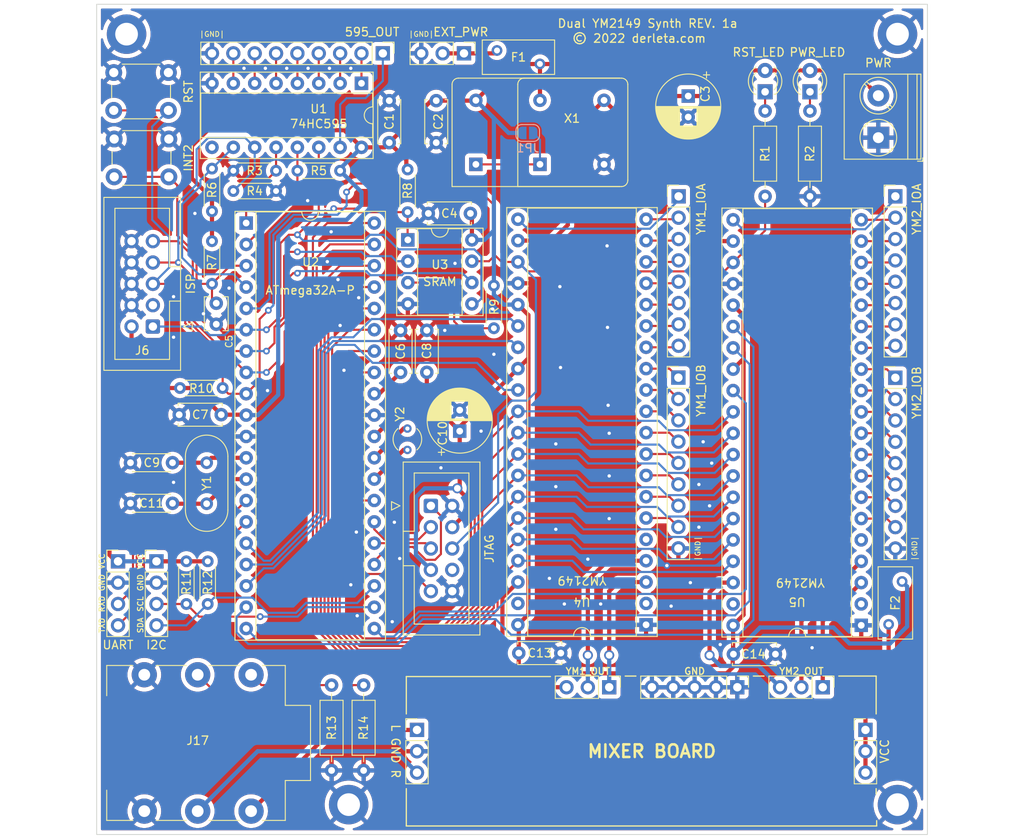
<source format=kicad_pcb>
(kicad_pcb (version 20211014) (generator pcbnew)
  (layers (0 "F.Cu" signal) (31 "B.Cu" signal) (34 "B.Paste" user) (35 "F.Paste" user) (36 "B.SilkS" user "B.Silkscreen") (37 "F.SilkS" user "F.Silkscreen") (38 "B.Mask" user) (39 "F.Mask" user) (44 "Edge.Cuts" user))
  (net 0 "")
  (net 1 "GND")
  (net 2 "RXD")
  (net 3 "/AREF")
  (net 4 "/XTAL1")
  (net 5 "/XTAL2")
  (net 6 "VCC")
  (net 7 "MOSI")
  (net 8 "RST")
  (net 9 "SCK")
  (net 10 "MISO")
  (net 11 "TXD")
  (net 12 "/DA0")
  (net 13 "/DA1")
  (net 14 "/DA2")
  (net 15 "/DA3")
  (net 16 "/DA4")
  (net 17 "/DA5")
  (net 18 "/DA6")
  (net 19 "/DA7")
  (net 20 "CLOCK")
  (net 21 "YM1_SEL")
  (net 22 "YM1_BDIR")
  (net 23 "YM1_BC1")
  (net 24 "Net-(J7-Pad1)")
  (net 25 "Net-(J7-Pad2)")
  (net 26 "Net-(J7-Pad3)")
  (net 27 "Net-(J7-Pad4)")
  (net 28 "Net-(J7-Pad5)")
  (net 29 "Net-(J7-Pad6)")
  (net 30 "Net-(J7-Pad7)")
  (net 31 "Net-(J7-Pad8)")
  (net 32 "YM2_SEL")
  (net 33 "YM2_BDIR")
  (net 34 "YM2_BC1")
  (net 35 "YM1_A")
  (net 36 "YM1_B")
  (net 37 "YM1_C")
  (net 38 "YM2_A")
  (net 39 "YM2_B")
  (net 40 "YM2_C")
  (net 41 "Net-(D1-Pad1)")
  (net 42 "Net-(D2-Pad1)")
  (net 43 "595_RCLK")
  (net 44 "Net-(J4-Pad1)")
  (net 45 "Net-(J4-Pad2)")
  (net 46 "Net-(J4-Pad3)")
  (net 47 "Net-(J4-Pad4)")
  (net 48 "Net-(J4-Pad5)")
  (net 49 "Net-(J4-Pad6)")
  (net 50 "Net-(J4-Pad7)")
  (net 51 "Net-(J4-Pad8)")
  (net 52 "Net-(J9-Pad1)")
  (net 53 "Net-(J9-Pad3)")
  (net 54 "Net-(J9-Pad5)")
  (net 55 "INT2")
  (net 56 "/VCCE")
  (net 57 "Net-(J5-Pad1)")
  (net 58 "Net-(J5-Pad3)")
  (net 59 "Net-(J5-Pad5)")
  (net 60 "SDA")
  (net 61 "SCL")
  (net 62 "/TOSC2")
  (net 63 "/TOSC1")
  (net 64 "CS")
  (net 65 "595_~{SRCLR}")
  (net 66 "/OUT_R")
  (net 67 "/OUT_L")
  (net 68 "/VCCM")
  (net 69 "595_~{OE}")
  (net 70 "Net-(J1-Pad1)")
  (net 71 "Net-(J1-Pad2)")
  (net 72 "Net-(J1-Pad3)")
  (net 73 "Net-(J1-Pad4)")
  (net 74 "Net-(J1-Pad5)")
  (net 75 "Net-(J1-Pad6)")
  (net 76 "Net-(J1-Pad7)")
  (net 77 "Net-(J1-Pad8)")
  (net 78 "Net-(J5-Pad2)")
  (net 79 "Net-(J5-Pad4)")
  (net 80 "Net-(J5-Pad6)")
  (net 81 "Net-(J5-Pad7)")
  (net 82 "Net-(J5-Pad8)")
  (net 84 "Net-(J8-Pad1)")
  (net 85 "Net-(J8-Pad2)")
  (net 86 "Net-(J8-Pad3)")
  (net 87 "Net-(J8-Pad4)")
  (net 88 "Net-(J8-Pad5)")
  (net 89 "Net-(J8-Pad6)")
  (net 90 "Net-(J8-Pad7)")
  (net 91 "Net-(J8-Pad8)")
  (net 93 "Net-(J9-Pad9)")
  (net 94 "Net-(R9-Pad1)")
  (net 102 "Net-(X1-Pad1)")
  (net 103 "Net-(J17-PadRN)")
  (net 104 "Net-(J17-PadTN)")
  (footprint "Package_DIP:DIP-40_W15.24mm_Socket" (layer "F.Cu") (at 113.605 104.325 180)
    (fp_text reference "U4")
    (fp_text value "YM2149")
  )
  (footprint "Connector_PinHeader_2.54mm:PinHeader_1x05_P2.54mm_Vertical" (layer "F.Cu") (at 124.46 111.76 -90)
    (fp_text reference "J14" hide)
    (fp_text value "GND")
  )
  (footprint "Connector_PinHeader_2.54mm:PinHeader_1x09_P2.54mm_Vertical" (layer "F.Cu") (at 117.45 74.915)
    (fp_text reference "J7" hide)
    (fp_text value "YM1_IOB")
  )
  (footprint "Capacitor_THT:C_Disc_D3.8mm_W2.6mm_P2.50mm" (layer "F.Cu") (at 62.484 66.06 -90)
    (fp_text reference "C5")
    (fp_text value "330nF")
  )
  (footprint "Button_Switch_THT:SW_PUSH_6mm" (layer "F.Cu") (at 50.292 38.608)
    (fp_text reference "SW1" hide)
    (fp_text value "RST")
  )
  (footprint "LED_THT:LED_D3.0mm" (layer "F.Cu") (at 133.096 40.899 90)
    (fp_text reference "D2" hide)
    (fp_text value "PWR_LED")
  )
  (footprint "Capacitor_THT:C_Disc_D5.0mm_W2.5mm_P5.00mm" (layer "F.Cu") (at 103.465 107.696 180)
    (fp_text reference "C13")
    (fp_text value ".1u")
  )
  (footprint "Connector_PinHeader_2.54mm:PinHeader_1x03_P2.54mm_Vertical" (layer "F.Cu") (at 109.22 111.76 -90)
    (fp_text reference "J13" hide)
    (fp_text value "YM1_OUT")
  )
  (footprint "Capacitor_THT:CP_Radial_D7.5mm_P2.50mm" (layer "F.Cu") (at 91.44 81.28 90)
    (fp_text reference "C10")
    (fp_text value "22u")
  )
  (footprint "Connector_PinHeader_2.54mm:PinHeader_1x03_P2.54mm_Vertical" (layer "F.Cu") (at 91.948 36.322 -90)
    (fp_text reference "J2" hide)
    (fp_text value "EXT_PWR")
  )
  (footprint "Resistor_THT:R_Axial_DIN0207_L6.3mm_D2.5mm_P10.16mm_Horizontal" (layer "F.Cu") (at 80.01 111.506 -90)
    (fp_text reference "R14")
    (fp_text value "820")
  )
  (footprint "MountingHole:MountingHole_2.7mm_M2.5_DIN965_Pad" (layer "F.Cu") (at 51.816 34.036)
    (fp_text reference "MH1" hide)
    (fp_text value "MountingHole_2.7mm_M2.5_DIN965_Pad")
  )
  (footprint "Resistor_THT:R_Axial_DIN0204_L3.6mm_D1.6mm_P5.08mm_Horizontal" (layer "F.Cu") (at 61.976 58.674 -90)
    (fp_text reference "R7")
    (fp_text value "10k")
  )
  (footprint "Resistor_THT:R_Axial_DIN0204_L3.6mm_D1.6mm_P5.08mm_Horizontal" (layer "F.Cu") (at 58.928 96.774 -90)
    (fp_text reference "R11")
    (fp_text value "4k7")
  )
  (footprint "Resistor_THT:R_Axial_DIN0204_L3.6mm_D1.6mm_P5.08mm_Horizontal" (layer "F.Cu") (at 69.596 52.705 180)
    (fp_text reference "R4")
    (fp_text value "10k")
  )
  (footprint "Connector_PinHeader_2.54mm:PinHeader_1x04_P2.54mm_Vertical" (layer "F.Cu") (at 55.372 96.774)
    (fp_text reference "J11" hide)
    (fp_text value "I2C")
  )
  (footprint "MountingHole:MountingHole_2.7mm_M2.5_DIN965_Pad" (layer "F.Cu") (at 143.51 125.73)
    (fp_text reference "MH4" hide)
    (fp_text value "MountingHole_2.7mm_M2.5_DIN965_Pad")
  )
  (footprint "Resistor_THT:R_Axial_DIN0204_L3.6mm_D1.6mm_P5.08mm_Horizontal" (layer "F.Cu") (at 95.504 69.0372 90)
    (fp_text reference "R9")
    (fp_text value "10k")
  )
  (footprint "Fuse:Fuse_BelFuse_0ZRE0005FF_L8.3mm_W3.8mm" (layer "F.Cu") (at 142.456 104.277 90)
    (fp_text reference "F2")
    (fp_text value "40mA")
  )
  (footprint "Connector_PinHeader_2.54mm:PinHeader_1x04_P2.54mm_Vertical" (layer "F.Cu") (at 50.8 96.774)
    (fp_text reference "J10" hide)
    (fp_text value "UART")
  )
  (footprint "Capacitor_THT:C_Disc_D5.0mm_W2.5mm_P5.00mm" (layer "F.Cu") (at 88.646 41.95 -90)
    (fp_text reference "C2")
    (fp_text value ".1u")
  )
  (footprint "Connector_PinHeader_2.54mm:PinHeader_1x08_P2.54mm_Vertical" (layer "F.Cu") (at 117.475 53.34)
    (fp_text reference "J4" hide)
    (fp_text value "YM1_IOA")
  )
  (footprint "Capacitor_THT:CP_Radial_D7.5mm_P2.50mm" (layer "F.Cu") (at 118.618 41.402 -90)
    (fp_text reference "C3")
    (fp_text value "22u")
  )
  (footprint "Capacitor_THT:C_Disc_D4.3mm_W1.9mm_P5.00mm" (layer "F.Cu") (at 52.28 85.04)
    (fp_text reference "C9")
    (fp_text value "20pF")
  )
  (footprint "Package_DIP:DIP-40_W15.24mm_Socket" (layer "F.Cu") (at 139.197 104.389 180)
    (fp_text reference "U5")
    (fp_text value "YM2149")
  )
  (footprint "Connector_PinHeader_2.54mm:PinHeader_1x03_P2.54mm_Vertical" (layer "F.Cu") (at 139.7 116.84)
    (fp_text reference "J16" hide)
    (fp_text value "VCC")
  )
  (footprint "Resistor_THT:R_Axial_DIN0207_L6.3mm_D2.5mm_P10.16mm_Horizontal" (layer "F.Cu") (at 133.096 43.18 -90)
    (fp_text reference "R2")
    (fp_text value "820")
  )
  (footprint "Package_DIP:DIP-40_W15.24mm_Socket" (layer "F.Cu") (at 66.04 56.515)
    (fp_text reference "U2")
    (fp_text value "ATmega32A-P")
  )
  (footprint "Connector_PinHeader_2.54mm:PinHeader_1x09_P2.54mm_Vertical" (layer "F.Cu") (at 143.256 74.93)
    (fp_text reference "J8" hide)
    (fp_text value "YM2_IOB")
  )
  (footprint "Crystal:Crystal_AT310_D3.0mm_L10.0mm_Vertical" (layer "F.Cu") (at 85.217 80.9752 -90)
    (fp_text reference "Y2")
    (fp_text value "32768 Hz")
  )
  (footprint "Resistor_THT:R_Axial_DIN0204_L3.6mm_D1.6mm_P5.08mm_Horizontal" (layer "F.Cu") (at 64.516 50.292)
    (fp_text reference "R3")
    (fp_text value "10k")
  )
  (footprint "Capacitor_THT:C_Disc_D5.0mm_W2.5mm_P5.00mm" (layer "F.Cu") (at 92.71 55.372 180)
    (fp_text reference "C4")
    (fp_text value ".1u")
  )
  (footprint "Button_Switch_THT:SW_PUSH_6mm" (layer "F.Cu") (at 50.344 46.518)
    (fp_text reference "SW2" hide)
    (fp_text value "INT2")
  )
  (footprint "Connector_IDC:IDC-Header_2x05_P2.54mm_Vertical" (layer "F.Cu") (at 88.011 90.17)
    (fp_text reference "J9" hide)
    (fp_text value "JTAG")
  )
  (footprint "Capacitor_THT:C_Disc_D5.0mm_W2.5mm_P5.00mm" (layer "F.Cu") (at 84.4042 69.2912 -90)
    (fp_text reference "C6")
    (fp_text value ".1u")
  )
  (footprint "Connector_PinHeader_2.54mm:PinHeader_1x03_P2.54mm_Vertical" (layer "F.Cu") (at 86.36 116.84)
    (fp_text reference "J12" hide)
    (fp_text value "L GND R")
  )
  (footprint "Crystal:Crystal_HC49-4H_Vertical" (layer "F.Cu") (at 61.341 85.04 -90)
    (fp_text reference "Y1")
    (fp_text value "16M")
  )
  (footprint "Capacitor_THT:C_Disc_D5.0mm_W2.5mm_P5.00mm" (layer "F.Cu") (at 87.5284 74.2804 90)
    (fp_text reference "C8")
    (fp_text value ".1u")
  )
  (footprint "Resistor_THT:R_Axial_DIN0204_L3.6mm_D1.6mm_P5.08mm_Horizontal" (layer "F.Cu") (at 85.2424 55.2196 90)
    (fp_text reference "R8")
    (fp_text value "10k")
  )
  (footprint "MountingHole:MountingHole_2.7mm_M2.5_DIN965_Pad" (layer "F.Cu") (at 143.51 34.036)
    (fp_text reference "MH2" hide)
    (fp_text value "MountingHole_2.7mm_M2.5_DIN965_Pad")
  )
  (footprint "Connector_PinHeader_2.54mm:PinHeader_1x03_P2.54mm_Vertical" (layer "F.Cu") (at 134.62 111.76 -90)
    (fp_text reference "J15" hide)
    (fp_text value "YM2_OUT")
  )
  (footprint "Connector_PinHeader_2.54mm:PinHeader_1x08_P2.54mm_Vertical" (layer "F.Cu") (at 143.256 53.34)
    (fp_text reference "J5" hide)
    (fp_text value "YM2_IOA")
  )
  (footprint "Resistor_THT:R_Axial_DIN0204_L3.6mm_D1.6mm_P5.08mm_Horizontal" (layer "F.Cu") (at 58.166 76.15)
    (fp_text reference "R10")
    (fp_text value "10k")
  )
  (footprint "Capacitor_THT:C_Disc_D5.0mm_W2.5mm_P5.00mm" (layer "F.Cu") (at 83.058 41.95 -90)
    (fp_text reference "C1")
    (fp_text value ".1u")
  )
  (footprint "Resistor_THT:R_Axial_DIN0207_L6.3mm_D2.5mm_P10.16mm_Horizontal" (layer "F.Cu") (at 127.762 43.18 -90)
    (fp_text reference "R1")
    (fp_text value "820")
  )
  (footprint "Connector_PinHeader_2.54mm:PinHeader_1x09_P2.54mm_Vertical" (layer "F.Cu") (at 82.296 36.322 -90)
    (fp_text reference "J1" hide)
    (fp_text value "595_OUT")
  )
  (footprint "TerminalBlock_Phoenix:TerminalBlock_Phoenix_PT-1,5-2-5.0-H_1x02_P5.00mm_Horizontal" (layer "F.Cu") (at 141.232 46.355 90)
    (fp_text reference "J3" hide)
    (fp_text value "PWR")
  )
  (footprint "Package_DIP:DIP-16_W7.62mm_Socket" (layer "F.Cu") (at 79.756 39.888 -90)
    (fp_text reference "U1")
    (fp_text value "74HC595")
  )
  (footprint "Connector_Audio:Jack_6.35mm_Neutrik_NMJ6HFD2-AU_Horizontal" (layer "F.Cu") (at 66.625 126.5044 180)
    (fp_text reference "J17")
    (fp_text value "OUT")
  )
  (footprint "Package_DIP:DIP-8_W7.62mm_Socket" (layer "F.Cu") (at 85.27 58.52)
    (fp_text reference "U3")
    (fp_text value "SRAM")
  )
  (footprint "TCXO:CXO-14-8" (layer "F.Cu") (at 104.8004 35.814)
    (fp_text reference "X1")
    (fp_text value "TCXO-14")
  )
  (footprint "Resistor_THT:R_Axial_DIN0204_L3.6mm_D1.6mm_P5.08mm_Horizontal" (layer "F.Cu") (at 77.216 50.292 180)
    (fp_text reference "R5")
    (fp_text value "10k")
  )
  (footprint "Resistor_THT:R_Axial_DIN0207_L6.3mm_D2.5mm_P10.16mm_Horizontal" (layer "F.Cu") (at 76.2 111.506 -90)
    (fp_text reference "R13")
    (fp_text value "820")
  )
  (footprint "Capacitor_THT:C_Disc_D5.0mm_W2.5mm_P5.00mm" (layer "F.Cu") (at 63.075 79.325 180)
    (fp_text reference "C7")
    (fp_text value ".1u")
  )
  (footprint "MountingHole:MountingHole_2.7mm_M2.5_DIN965_Pad" (layer "F.Cu") (at 78.232 125.73)
    (fp_text reference "MH3" hide)
    (fp_text value "MountingHole_2.7mm_M2.5_DIN965_Pad")
  )
  (footprint "Resistor_THT:R_Axial_DIN0204_L3.6mm_D1.6mm_P5.08mm_Horizontal" (layer "F.Cu") (at 61.468 96.774 -90)
    (fp_text reference "R12")
    (fp_text value "4k7")
  )
  (footprint "Capacitor_THT:C_Disc_D5.0mm_W2.5mm_P5.00mm" (layer "F.Cu") (at 128.992 107.823 180)
    (fp_text reference "C14")
    (fp_text value ".1u")
  )
  (footprint "Fuse:Fuse_BelFuse_0ZRE0005FF_L8.3mm_W3.8mm" (layer "F.Cu") (at 95.875 35.9792)
    (fp_text reference "F1")
    (fp_text value "40mA")
  )
  (footprint "Resistor_THT:R_Axial_DIN0204_L3.6mm_D1.6mm_P5.08mm_Horizontal" (layer "F.Cu") (at 61.976 55.118 90)
    (fp_text reference "R6")
    (fp_text value "10k")
  )
  (footprint "Capacitor_THT:C_Disc_D4.3mm_W1.9mm_P5.00mm" (layer "F.Cu") (at 52.28 89.866)
    (fp_text reference "C11")
    (fp_text value "20pF")
  )
  (footprint "LED_THT:LED_D3.0mm" (layer "F.Cu") (at 127.762 40.899 90)
    (fp_text reference "D1" hide)
    (fp_text value "RST_LED")
  )
  (footprint "Connector_IDC:IDC-Header_2x05_P2.54mm_Vertical" (layer "F.Cu") (at 54.947 68.834 180)
    (fp_text reference "J6")
    (fp_text value "ISP")
  )
  (footprint "Jumper:SolderJumper-2_P1.3mm_Open_RoundedPad1.0x1.5mm" (layer "B.Cu") (at 99.5322 45.7962)
    (fp_text reference "JP1")
    (fp_text value "TCXO_EN")
  )
  (gr_line (start 136.525 110.43) (end 140.97 110.43) (layer "F.SilkS") (width 0.15))
  (gr_line (start 85.09 110.49) (end 85.09 114.935) (layer "F.SilkS") (width 0.15))
  (gr_line (start 141.03 128.27) (end 141.03 127.635) (layer "F.SilkS") (width 0.15))
  (gr_line (start 85.09 123.825) (end 85.09 128.27) (layer "F.SilkS") (width 0.15))
  (gr_line (start 85.09 128.27) (end 141.03 128.27) (layer "F.SilkS") (width 0.15))
  (gr_line (start 140.97 110.43) (end 140.97 114.935) (layer "F.SilkS") (width 0.15))
  (gr_line (start 111.125 110.43) (end 112.395 110.43) (layer "F.SilkS") (width 0.15))
  (gr_line (start 140.97 123.825) (end 140.97 124.46) (layer "F.SilkS") (width 0.15))
  (gr_line (start 102.235 110.49) (end 85.09 110.49) (layer "F.SilkS") (width 0.15))
  (gr_line (start 127.635 110.43) (end 126.365 110.43) (layer "F.SilkS") (width 0.15))
  (gr_rect (start 48.26 30.48) (end 147.066 129.286) (layer "Edge.Cuts") (width 0.1) (fill none))
  (gr_text "VCC" (at 48.895 96.774 90) (layer "F.SilkS") (effects (font (size 0.65 0.65) (thickness 0.125))))
  (gr_text "|GND|" (at 86.868 34.036) (layer "F.SilkS") (effects (font (size 0.6 0.6) (thickness 0.1))))
  (gr_text "MIXER BOARD" (at 114.3 119.38) (layer "F.SilkS") (effects (font (size 1.5 1.5) (thickness 0.3))))
  (gr_text "GND" (at 53.467 99.314 90) (layer "F.SilkS") (effects (font (size 0.65 0.65) (thickness 0.125))))
  (gr_text "© 2022 derleta.com" (at 112.776 34.544) (layer "F.SilkS") (effects (font (size 1 1))))
  (gr_text "Dual YM2149 Synth REV. 1a" (at 113.792 32.766) (layer "F.SilkS") (effects (font (size 1 1))))
  (gr_text "SDA" (at 53.467 104.394 90) (layer "F.SilkS") (effects (font (size 0.65 0.65) (thickness 0.125))))
  (gr_text "|GND|" (at 145.542 95.25 90) (layer "F.SilkS") (effects (font (size 0.6 0.6) (thickness 0.1))))
  (gr_text "VCC" (at 53.467 96.774 90) (layer "F.SilkS") (effects (font (size 0.65 0.65) (thickness 0.125))))
  (gr_text "TXD" (at 48.895 104.394 90) (layer "F.SilkS") (effects (font (size 0.65 0.65) (thickness 0.125))))
  (gr_text "|GND|" (at 61.976 34.036) (layer "F.SilkS") (effects (font (size 0.6 0.6) (thickness 0.1))))
  (gr_text "GND" (at 48.895 99.314 90) (layer "F.SilkS") (effects (font (size 0.65 0.65) (thickness 0.125))))
  (gr_text "RXD" (at 48.895 101.854 90) (layer "F.SilkS") (effects (font (size 0.65 0.65) (thickness 0.125))))
  (gr_text "SCL" (at 53.467 101.854 90) (layer "F.SilkS") (effects (font (size 0.65 0.65) (thickness 0.125))))
  (gr_text "|GND|" (at 119.761 95.25 90) (layer "F.SilkS") (effects (font (size 0.6 0.6) (thickness 0.1))))
  (via (at 77.6732 74.041) (size 0.8) (drill 0.4) (layers "F.Cu" "B.Cu") (net 1))
  (via (at 78.486 38.1) (size 0.8) (drill 0.4) (layers "F.Cu" "B.Cu") (net 1))
  (via (at 103.4288 73.7108) (size 0.8) (drill 0.4) (layers "F.Cu" "B.Cu") (net 1))
  (via (at 121.158 90.17) (size 0.8) (drill 0.4) (layers "F.Cu" "B.Cu") (net 1))
  (via (at 83.6676 92.1258) (size 0.8) (drill 0.4) (layers "F.Cu" "B.Cu") (net 1))
  (via (at 121.412 85.09) (size 0.8) (drill 0.4) (layers "F.Cu" "B.Cu") (net 1))
  (via (at 103.3526 64.0842) (size 0.8) (drill 0.4) (layers "F.Cu" "B.Cu") (net 1))
  (via (at 79.248 103.251) (size 0.8) (drill 0.4) (layers "F.Cu" "B.Cu") (net 1))
  (via (at 65.786 38.1) (size 0.8) (drill 0.4) (layers "F.Cu" "B.Cu") (net 1))
  (via (at 83.4136 103.9622) (size 0.8) (drill 0.4) (layers "F.Cu" "B.Cu") (net 1))
  (via (at 89.2048 85.6488) (size 0.8) (drill 0.4) (layers "F.Cu" "B.Cu") (net 1))
  (via (at 59.944 55.372) (size 0.8) (drill 0.4) (layers "F.Cu" "B.Cu") (net 1))
  (via (at 109.0168 68.9356) (size 0.8) (drill 0.4) (layers "F.Cu" "B.Cu") (net 1))
  (via (at 95.504 72.136) (size 0.8) (drill 0.4) (layers "F.Cu" "B.Cu") (net 1))
  (via (at 70.866 38.1) (size 0.8) (drill 0.4) (layers "F.Cu" "B.Cu") (net 1))
  (via (at 79.1464 93.2942) (size 0.8) (drill 0.4) (layers "F.Cu" "B.Cu") (net 1))
  (via (at 120.396 82.55) (size 0.8) (drill 0.4) (layers "F.Cu" "B.Cu") (net 1))
  (via (at 133.35 107.061) (size 0.8) (drill 0.4) (layers "F.Cu" "B.Cu") (net 1))
  (via (at 116.078 97.282) (size 0.8) (drill 0.4) (layers "F.Cu" "B.Cu") (net 1))
  (via (at 95.3516 66.7512) (size 0.8) (drill 0.4) (layers "F.Cu" "B.Cu") (net 1))
  (via (at 78.486 99.568) (size 0.8) (drill 0.4) (layers "F.Cu" "B.Cu") (net 1))
  (via (at 119.888 87.63) (size 0.8) (drill 0.4) (layers "F.Cu" "B.Cu") (net 1))
  (via (at 76.962 63.246) (size 0.8) (drill 0.4) (layers "F.Cu" "B.Cu") (net 1))
  (via (at 73.3552 53.848) (size 0.8) (drill 0.4) (layers "F.Cu" "B.Cu") (net 1))
  (via (at 68.326 38.1) (size 0.8) (drill 0.4) (layers "F.Cu" "B.Cu") (net 1))
  (via (at 109.22 81.534) (size 0.8) (drill 0.4) (layers "F.Cu" "B.Cu") (net 1))
  (via (at 77.216 68.707) (size 0.8) (drill 0.4) (layers "F.Cu" "B.Cu") (net 1))
  (via (at 76.1492 57.5564) (size 0.8) (drill 0.4) (layers "F.Cu" "B.Cu") (net 1))
  (via (at 103.886 101.854) (size 0.8) (drill 0.4) (layers "F.Cu" "B.Cu") (net 1))
  (via (at 90.8812 61.3156) (size 0.8) (drill 0.4) (layers "F.Cu" "B.Cu") (net 1))
  (via (at 75.692 61.1124) (size 0.8) (drill 0.4) (layers "F.Cu" "B.Cu") (net 1))
  (via (at 109.22 86.614) (size 0.8) (drill 0.4) (layers "F.Cu" "B.Cu") (net 1))
  (via (at 108.966 59.2328) (size 0.8) (drill 0.4) (layers "F.Cu" "B.Cu") (net 1))
  (via (at 93.98 81.28) (size 0.8) (drill 0.4) (layers "F.Cu" "B.Cu") (net 1))
  (via (at 109.22 91.694) (size 0.8) (drill 0.4) (layers "F.Cu" "B.Cu") (net 1))
  (via (at 57.404 87.376) (size 0.8) (drill 0.4) (layers "F.Cu" "B.Cu") (net 1))
  (via (at 73.406 38.1) (size 0.8) (drill 0.4) (layers "F.Cu" "B.Cu") (net 1))
  (via (at 64.008 64.262) (size 0.8) (drill 0.4) (layers "F.Cu" "B.Cu") (net 1))
  (via (at 118.872 99.314) (size 0.8) (drill 0.4) (layers "F.Cu" "B.Cu") (net 1))
  (via (at 106.68 96.52) (size 0.8) (drill 0.4) (layers "F.Cu" "B.Cu") (net 1))
  (via (at 57.404 70.104) (size 0.8) (drill 0.4) (layers "F.Cu" "B.Cu") (net 1))
  (via (at 122.428 106.68) (size 0.8) (drill 0.4) (layers "F.Cu" "B.Cu") (net 1))
  (via (at 119.888 92.71) (size 0.8) (drill 0.4) (layers "F.Cu" "B.Cu") (net 1))
  (via (at 89.662 69.2912) (size 0.8) (drill 0.4) (layers "F.Cu" "B.Cu") (net 1))
  (via (at 116.586 102.108) (size 0.8) (drill 0.4) (layers "F.Cu" "B.Cu") (net 1))
  (via (at 68.58 76.454) (size 0.8) (drill 0.4) (layers "F.Cu" "B.Cu") (net 1))
  (via (at 109.093 78.2066) (size 0.8) (drill 0.4) (layers "F.Cu" "B.Cu") (net 1))
  (via (at 102.87 82.804) (size 0.8) (drill 0.4) (layers "F.Cu" "B.Cu") (net 1))
  (via (at 108.204 101.854) (size 0.8) (drill 0.4) (layers "F.Cu" "B.Cu") (net 1))
  (via (at 84.3026 96.4438) (size 0.8) (drill 0.4) (layers "F.Cu" "B.Cu") (net 1))
  (via (at 102.87 92.964) (size 0.8) (drill 0.4) (layers "F.Cu" "B.Cu") (net 1))
  (via (at 79.4258 65.405) (size 0.8) (drill 0.4) (layers "F.Cu" "B.Cu") (net 1))
  (via (at 57.404 65.278) (size 0.8) (drill 0.4) (layers "F.Cu" "B.Cu") (net 1))
  (via (at 60.96 67.31) (size 0.8) (drill 0.4) (layers "F.Cu" "B.Cu") (net 1))
  (via (at 75.946 38.1) (size 0.8) (drill 0.4) (layers "F.Cu" "B.Cu") (net 1))
  (via (at 102.108 98.806) (size 0.8) (drill 0.4) (layers "F.Cu" "B.Cu") (net 1))
  (via (at 102.87 87.884) (size 0.8) (drill 0.4) (layers "F.Cu" "B.Cu") (net 1))
  (segment (start 62.992 93.726) (end 54.864 93.726) (width 0.25) (layer "F.Cu") (net 2))
  (segment (start 64.451802 91.123198) (end 64.451802 92.266198) (width 0.25) (layer "F.Cu") (net 2))
  (segment (start 52.578 100.076) (end 50.8 101.854) (width 0.25) (layer "F.Cu") (net 2))
  (segment (start 52.578 96.012) (end 52.578 100.076) (width 0.25) (layer "F.Cu") (net 2))
  (segment (start 64.451802 92.266198) (end 62.992 93.726) (width 0.25) (layer "F.Cu") (net 2))
  (segment (start 66.04 89.535) (end 64.451802 91.123198) (width 0.25) (layer "F.Cu") (net 2))
  (segment (start 54.864 93.726) (end 52.578 96.012) (width 0.25) (layer "F.Cu") (net 2))
  (segment (start 81.8604 76.835) (end 84.4042 74.2912) (width 0.5) (layer "F.Cu") (net 3))
  (segment (start 57.334 89.92) (end 57.28 89.866) (width 0.5) (layer "F.Cu") (net 4))
  (segment (start 61.341 89.92) (end 57.334 89.92) (width 0.5) (layer "F.Cu") (net 4))
  (segment (start 66.04 86.995) (end 64.266 86.995) (width 0.5) (layer "F.Cu") (net 4))
  (segment (start 64.266 86.995) (end 61.341 89.92) (width 0.5) (layer "F.Cu") (net 4))
  (segment (start 61.926 84.455) (end 61.341 85.04) (width 0.5) (layer "F.Cu") (net 5))
  (segment (start 66.04 84.455) (end 61.926 84.455) (width 0.5) (layer "F.Cu") (net 5))
  (segment (start 57.28 85.04) (end 61.341 85.04) (width 0.5) (layer "F.Cu") (net 5))
  (segment (start 88.058 41.95) (end 88.646 41.95) (width 0.5) (layer "F.Cu") (net 6))
  (segment (start 87.5284 75.8444) (end 87.5284 75.6666) (width 0.5) (layer "F.Cu") (net 6))
  (segment (start 123.912 107.696) (end 123.957 107.651) (width 0.5) (layer "F.Cu") (net 6))
  (segment (start 99.615 72.595) (end 99.615 103.075) (width 0.5) (layer "F.Cu") (net 6))
  (segment (start 122.174 41.402) (end 125.222 38.354) (width 0.5) (layer "F.Cu") (net 6))
  (segment (start 111.76 37.592) (end 115.57 41.402) (width 0.5) (layer "F.Cu") (net 6))
  (segment (start 125.207 103.139) (end 125.207 71.886767) (width 0.5) (layer "F.Cu") (net 6))
  (segment (start 61.341 76.581) (end 61.341 77.591) (width 0.5) (layer "F.Cu") (net 6))
  (segment (start 85.09 49.53) (end 85.09 48.982) (width 0.5) (layer "F.Cu") (net 6))
  (segment (start 92.1964 89.123) (end 91.1606 88.0872) (width 0.5) (layer "F.Cu") (net 6))
  (segment (start 91.44 81.28) (end 91.44 80.77) (width 0.5) (layer "F.Cu") (net 6))
  (segment (start 99.187 110.109) (end 123.19 110.109) (width 0.5) (layer "F.Cu") (net 6))
  (segment (start 123.19 110.109) (end 123.912 109.387) (width 0.5) (layer "F.Cu") (net 6))
  (segment (start 52.407 70.441) (end 52.407 68.834) (width 0.5) (layer "F.Cu") (net 6))
  (segment (start 123.957 107.651) (end 123.957 104.389) (width 0.5) (layer "F.Cu") (net 6))
  (segment (start 123.957 66.289) (end 125.207 67.539) (width 0.5) (layer "F.Cu") (net 6))
  (segment (start 55.372 96.774) (end 58.928 96.774) (width 0.5) (layer "F.Cu") (net 6))
  (segment (start 98.465 104.425) (end 98.365 104.325) (width 0.5) (layer "F.Cu") (net 6))
  (segment (start 87.5284 75.6666) (end 81.28 81.915) (width 0.5) (layer "F.Cu") (net 6))
  (segment (start 49.784 77.724) (end 51.358 76.15) (width 0.5) (layer "F.Cu") (net 6))
  (segment (start 138.236 38.359) (end 133.096 38.359) (width 0.5) (layer "F.Cu") (net 6))
  (segment (start 87.5284 74.2804) (end 87.5284 75.6666) (width 0.5) (layer "F.Cu") (net 6))
  (segment (start 59.5884 51.2064) (end 59.5884 47.3456) (width 0.5) (layer "F.Cu") (net 6))
  (segment (start 77.714 45.466) (end 79.756 47.508) (width 0.5) (layer "F.Cu") (net 6))
  (segment (start 65.99 79.325) (end 66.04 79.375) (width 0.5) (layer "F.Cu") (net 6))
  (segment (start 90.19 78.506) (end 87.5284 75.8444) (width 0.5) (layer "F.Cu") (net 6))
  (segment (start 88.646 41.95) (end 93.324 41.95) (width 0.5) (layer "F.Cu") (net 6))
  (segment (start 61.976 53.594) (end 59.5884 51.2064) (width 0.5) (layer "F.Cu") (net 6))
  (segment (start 60.91 76.15) (end 61.341 76.581) (width 0.5) (layer "F.Cu") (net 6))
  (segment (start 58.928 96.774) (end 61.468 96.774) (width 0.5) (layer "F.Cu") (net 6))
  (segment (start 98.465 109.387) (end 99.187 110.109) (width 0.5) (layer "F.Cu") (net 6))
  (segment (start 60.452 71.374) (end 53.34 71.374) (width 0.5) (layer "F.Cu") (net 6))
  (segment (start 99.615 103.075) (end 98.365 104.325) (width 0.5) (layer "F.Cu") (net 6))
  (segment (start 92.89 55.552) (end 92.71 55.372) (width 0.5) (layer "F.Cu") (net 6))
  (segment (start 125.222 38.354) (end 125.227 38.359) (width 0.5) (layer "F.Cu") (net 6))
  (segment (start 91.44 80.77) (end 98.365 73.845) (width 0.5) (layer "F.Cu") (net 6))
  (segment (start 127.762 38.359) (end 133.096 38.359) (width 0.5) (layer "F.Cu") (net 6))
  (segment (start 61.341 76.581) (end 61.341 72.263) (width 0.5) (layer "F.Cu") (net 6))
  (segment (start 98.465 107.696) (end 98.465 104.425) (width 0.5) (layer "F.Cu") (net 6))
  (segment (start 61.976 58.674) (end 61.976 53.594) (width 0.5) (layer "F.Cu") (net 6))
  (segment (start 91.44 87.8078) (end 91.1606 88.0872) (width 0.5) (layer "F.Cu") (net 6))
  (segment (start 61.341 72.263) (end 60.452 71.374) (width 0.5) (layer "F.Cu") (net 6))
  (segment (start 53.086 76.15) (end 60.91 76.15) (width 0.5) (layer "F.Cu") (net 6))
  (segment (start 49.784 96.012) (end 49.784 77.724) (width 0.5) (layer "F.Cu") (net 6))
  (segment (start 99.615 67.475) (end 99.615 72.595) (width 0.5) (layer "F.Cu") (net 6))
  (segment (start 98.365 66.225) (end 99.615 67.475) (width 0.5) (layer "F.Cu") (net 6))
  (segment (start 92.89 58.52) (end 92.89 55.552) (width 0.5) (layer "F.Cu") (net 6))
  (segment (start 93.324 41.95) (end 93.37 41.904) (width 0.5) (layer "F.Cu") (net 6))
  (segment (start 123.912 109.387) (end 123.912 107.696) (width 0.5) (layer "F.Cu") (net 6))
  (segment (start 125.207 67.539) (end 125.207 72.659) (width 0.5) (layer "F.Cu") (net 6))
  (segment (start 125.207 72.659) (end 123.957 73.909) (width 0.5) (layer "F.Cu") (net 6))
  (segment (start 85.09 48.982) (end 83.058 46.95) (width 0.5) (layer "F.Cu") (net 6))
  (segment (start 61.341 77.591) (end 63.075 79.325) (width 0.5) (layer "F.Cu") (net 6))
  (segment (start 90.551 92.71) (end 92.1964 91.0646) (width 0.5) (layer "F.Cu") (net 6))
  (segment (start 90.19 80.03) (end 90.19 78.506) (width 0.5) (layer "F.Cu") (net 6))
  (segment (start 61.468 45.466) (end 77.714 45.466) (width 0.5) (layer "F.Cu") (net 6))
  (segment (start 99.615 72.595) (end 98.365 73.845) (width 0.5) (layer "F.Cu") (net 6))
  (segment (start 125.227 38.359) (end 127.762 38.359) (width 0.5) (layer "F.Cu") (net 6))
  (segment (start 59.5884 47.3456) (end 61.468 45.466) (width 0.5) (layer "F.Cu") (net 6))
  (segment (start 93.37 41.904) (end 97.682 37.592) (width 0.5) (layer "F.Cu") (net 6))
  (segment (start 83.058 46.95) (end 88.058 41.95) (width 0.5) (layer "F.Cu") (net 6))
  (segment (start 123.957 104.389) (end 125.207 103.139) (width 0.5) (layer "F.Cu") (net 6))
  (segment (start 51.358 76.15) (end 53.086 76.15) (width 0.5) (layer "F.Cu") (net 6))
  (segment (start 118.618 41.402) (end 122.174 41.402) (width 0.5) (layer "F.Cu") (net 6))
  (segment (start 98.465 107.696) (end 98.465 109.387) (width 0.5) (layer "F.Cu") (net 6))
  (segment (start 115.57 41.402) (end 118.618 41.402) (width 0.5) (layer "F.Cu") (net 6))
  (segment (start 63.075 79.325) (end 65.99 79.325) (width 0.5) (layer "F.Cu") (net 6))
  (segment (start 100.9864 37.5906) (end 100.975 37.5792) (width 0.5) (layer "F.Cu") (net 6))
  (segment (start 53.34 71.374) (end 52.407 70.441) (width 0.5) (layer "F.Cu") (net 6))
  (segment (start 82.5 47.508) (end 83.058 46.95) (width 0.5) (layer "F.Cu") (net 6))
  (segment (start 91.44 81.28) (end 90.19 80.03) (width 0.5) (layer "F.Cu") (net 6))
  (segment (start 100.9864 41.91) (end 100.9864 37.5906) (width 0.5) (layer "F.Cu") (net 6))
  (segment (start 91.44 81.28) (end 91.44 87.8078) (width 0.5) (layer "F.Cu") (net 6))
  (segment (start 50.546 96.774) (end 49.784 96.012) (width 0.5) (layer "F.Cu") (net 6))
  (segment (start 97.682 37.592) (end 111.76 37.592) (width 0.5) (layer "F.Cu") (net 6))
  (segment (start 141.232 41.355) (end 138.236 38.359) (width 0.5) (layer "F.Cu") (net 6))
  (segment (start 79.756 47.508) (end 82.5 47.508) (width 0.5) (layer "F.Cu") (net 6))
  (segment (start 92.1964 91.0646) (end 92.1964 89.123) (width 0.5) (layer "F.Cu") (net 6))
  (segment (start 50.8 96.774) (end 50.546 96.774) (width 0.5) (layer "F.Cu") (net 6))
  (via (at 91.1606 88.0872) (size 1.2) (drill 0.8) (layers "F.Cu" "B.Cu") (net 6))
  (segment (start 98.8822 45.7962) (end 97.2622 45.7962) (width 0.5) (layer "B.Cu") (net 6))
  (segment (start 123.992 107.823) (end 127.167 104.648) (width 0.5) (layer "B.Cu") (net 6))
  (segment (start 97.2622 45.7962) (end 95.3163 43.8503) (width 0.5) (layer "B.Cu") (net 6))
  (segment (start 94.388 58.52) (end 95.504 57.404) (width 0.5) (layer "B.Cu") (net 6))
  (segment (start 86.233 89.1286) (end 87.2744 88.0872) (width 0.5) (layer "B.Cu") (net 6))
  (segment (start 79.756 54.356) (end 79.756 52.832) (width 0.5) (layer "B.Cu") (net 6))
  (segment (start 86.233 96.012) (end 86.233 89.1286) (width 0.5) (layer "B.Cu") (net 6))
  (segment (start 71.882 56.134) (end 77.978 56.134) (width 0.5) (layer "B.Cu") (net 6))
  (segment (start 93.37 41.904) (end 95.3163 43.8503) (width 0.5) (layer "B.Cu") (net 6))
  (segment (start 96.705 66.225) (end 98.365 66.225) (width 0.5) (layer "B.Cu") (net 6))
  (segment (start 50.8 96.774) (end 55.372 96.774) (width 0.5) (layer "B.Cu") (net 6))
  (segment (start 87.2744 88.0872) (end 91.1606 88.0872) (width 0.5) (layer "B.Cu") (net 6))
  (segment (start 135.89 104.648) (end 137.795 106.553) (width 0.5) (layer "B.Cu") (net 6))
  (segment (start 142.621 106.553) (end 144.653 104.521) (width 0.5) (layer "B.Cu") (net 6))
  (segment (start 88.011 97.79) (end 86.233 96.012) (width 0.5) (layer "B.Cu") (net 6))
  (segment (start 95.504 65.024) (end 96.705 66.225) (width 0.5) (layer "B.Cu") (net 6))
  (segment (start 77.978 56.134) (end 79.756 54.356) (width 0.5) (layer "B.Cu") (net 6))
  (segment (start 144.653 104.521) (end 144.653 99.774) (width 0.5) (layer "B.Cu") (net 6))
  (segment (start 137.795 106.553) (end 142.621 106.553) (width 0.5) (layer "B.Cu") (net 6))
  (segment (start 95.504 57.404) (end 95.504 65.024) (width 0.5) (layer "B.Cu") (net 6))
  (segment (start 67.437 79.375) (end 69.85 76.962) (width 0.5) (layer "B.Cu") (net 6))
  (segment (start 95.3163 43.8503) (end 95.504 44.038) (width 0.5) (layer "B.Cu") (net 6))
  (segment (start 92.89 58.52) (end 94.388 58.52) (width 0.5) (layer "B.Cu") (net 6))
  (segment (start 77.216 50.048) (end 79.756 47.508) (width 0.5) (layer "B.Cu") (net 6))
  (segment (start 79.756 52.832) (end 77.216 50.292) (width 0.5) (layer "B.Cu") (net 6))
  (segment (start 95.504 44.038) (end 95.504 57.404) (width 0.5) (layer "B.Cu") (net 6))
  (segment (start 66.04 79.375) (end 67.437 79.375) (width 0.5) (layer "B.Cu") (net 6))
  (segment (start 69.85 58.166) (end 71.882 56.134) (width 0.5) (layer "B.Cu") (net 6))
  (segment (start 127.167 104.648) (end 135.89 104.648) (width 0.5) (layer "B.Cu") (net 6))
  (segment (start 144.653 99.774) (end 144.056 99.177) (width 0.5) (layer "B.Cu") (net 6))
  (segment (start 69.85 76.962) (end 69.85 58.166) (width 0.5) (layer "B.Cu") (net 6))
  (segment (start 77.216 50.292) (end 77.216 50.048) (width 0.5) (layer "B.Cu") (net 6))
  (segment (start 71.12 57.912) (end 72.136 57.912) (width 0.25) (layer "F.Cu") (net 7))
  (segment (start 70.104 58.928) (end 71.12 57.912) (width 0.25) (layer "F.Cu") (net 7))
  (segment (start 72.136 57.912) (end 74.676 55.372) (width 0.25) (layer "F.Cu") (net 7))
  (segment (start 68.453 69.215) (end 70.104 67.564) (width 0.25) (layer "F.Cu") (net 7))
  (segment (start 74.676 55.372) (end 74.676 47.508) (width 0.25) (layer "F.Cu") (net 7))
  (segment (start 70.104 67.564) (end 70.104 58.928) (width 0.25) (layer "F.Cu") (net 7))
  (via (at 72.136 57.912) (size 0.8) (drill 0.4) (layers "F.Cu" "B.Cu") (net 7))
  (via (at 68.453 69.215) (size 0.8) (drill 0.4) (layers "F.Cu" "B.Cu") (net 7))
  (segment (start 94.015 60.487) (end 94.015 65.497) (width 0.25) (layer "B.Cu") (net 7))
  (segment (start 54.947 68.834) (end 60.706 68.834) (width 0.25) (layer "B.Cu") (net 7))
  (segment (start 66.04 69.215) (end 64.135 69.215) (width 0.25) (layer "B.Cu") (net 7))
  (segment (start 82.412 57.912) (end 84.145 59.645) (width 0.25) (layer "B.Cu") (net 7))
  (segment (start 93.173 59.645) (end 94.015 60.487) (width 0.25) (layer "B.Cu") (net 7))
  (segment (start 64.135 69.215) (end 63.5 69.85) (width 0.25) (layer "B.Cu") (net 7))
  (segment (start 80.772 57.912) (end 82.412 57.912) (width 0.25) (layer "B.Cu") (net 7))
  (segment (start 93.372 66.14) (end 92.89 66.14) (width 0.25) (layer "B.Cu") (net 7))
  (segment (start 84.145 59.645) (end 93.173 59.645) (width 0.25) (layer "B.Cu") (net 7))
  (segment (start 60.706 68.834) (end 61.722 69.85) (width 0.25) (layer "B.Cu") (net 7))
  (segment (start 66.04 69.215) (end 68.453 69.215) (width 0.25) (layer "B.Cu") (net 7))
  (segment (start 72.136 57.912) (end 72.861 58.637) (width 0.25) (layer "B.Cu") (net 7))
  (segment (start 94.015 65.497) (end 93.372 66.14) (width 0.25) (layer "B.Cu") (net 7))
  (segment (start 72.861 58.637) (end 80.047 58.637) (width 0.25) (layer "B.Cu") (net 7))
  (segment (start 80.047 58.637) (end 80.772 57.912) (width 0.25) (layer "B.Cu") (net 7))
  (segment (start 63.5 69.85) (end 61.722 69.85) (width 0.25) (layer "B.Cu") (net 7))
  (segment (start 77.978 52.832) (end 78.994 51.816) (width 0.25) (layer "F.Cu") (net 8))
  (segment (start 123.957 61.209) (end 127.762 57.404) (width 0.25) (layer "F.Cu") (net 8))
  (segment (start 50.292 43.108) (end 56.792 43.108) (width 0.25) (layer "F.Cu") (net 8))
  (segment (start 89.535 51.816) (end 92.964 51.816) (width 0.25) (layer "F.Cu") (net 8))
  (segment (start 66.04 76.835) (end 63.931 76.835) (width 0.25) (layer "F.Cu") (net 8))
  (segment (start 67.6402 75.2348) (end 67.6402 67.945) (width 0.25) (layer "F.Cu") (net 8))
  (segment (start 95.631 54.483) (end 95.631 60.3504) (width 0.25) (layer "F.Cu") (net 8))
  (segment (start 57.52 63.754) (end 54.947 63.754) (width 0.25) (layer "F.Cu") (net 8))
  (segment (start 122.896 62.27) (end 123.957 61.209) (width 0.25) (layer "F.Cu") (net 8))
  (segment (start 66.04 76.835) (end 67.6402 75.2348) (width 0.25) (layer "F.Cu") (net 8))
  (segment (start 98.365 61.145) (end 99.49 62.27) (width 0.25) (layer "F.Cu") (net 8))
  (segment (start 96.4256 61.145) (end 98.365 61.145) (width 0.25) (layer "F.Cu") (net 8))
  (segment (start 78.994 51.816) (end 89.535 51.816) (width 0.25) (layer "F.Cu") (net 8))
  (segment (start 92.964 51.816) (end 95.631 54.483) (width 0.25) (layer "F.Cu") (net 8))
  (segment (start 127.762 57.404) (end 127.762 53.34) (width 0.25) (layer "F.Cu") (net 8))
  (segment (start 94.9214 61.06) (end 95.631 60.3504) (width 0.25) (layer "F.Cu") (net 8))
  (segment (start 58.79 65.024) (end 57.52 63.754) (width 0.25) (layer "F.Cu") (net 8))
  (segment (start 58.79 68.444792) (end 58.79 65.024) (width 0.25) (layer "F.Cu") (net 8))
  (segment (start 63.246 76.15) (end 63.246 72.900792) (width 0.25) (layer "F.Cu") (net 8))
  (segment (start 63.246 72.900792) (end 58.79 68.444792) (width 0.25) (layer "F.Cu") (net 8))
  (segment (start 95.631 60.3504) (end 96.4256 61.145) (width 0.25) (layer "F.Cu") (net 8))
  (segment (start 63.931 76.835) (end 63.246 76.15) (width 0.25) (layer "F.Cu") (net 8))
  (segment (start 99.49 62.27) (end 122.896 62.27) (width 0.25) (layer "F.Cu") (net 8))
  (segment (start 67.6402 67.945) (end 68.6816 66.9036) (width 0.25) (layer "F.Cu") (net 8))
  (segment (start 92.89 61.06) (end 94.9214 61.06) (width 0.25) (layer "F.Cu") (net 8))
  (via (at 68.6816 66.9036) (size 0.8) (drill 0.4) (layers "F.Cu" "B.Cu") (net 8))
  (via (at 77.978 52.832) (size 0.8) (drill 0.4) (layers "F.Cu" "B.Cu") (net 8))
  (segment (start 54.864 56.134) (end 56.896 58.166) (width 0.25) (layer "B.Cu") (net 8))
  (segment (start 56.792 43.108) (end 54.864 45.036) (width 0.25) (layer "B.Cu") (net 8))
  (segment (start 77.9918 54.4438) (end 77.9918 52.869) (width 0.25) (layer "B.Cu") (net 8))
  (segment (start 69.275 57.927828) (end 71.678428 55.5244) (width 0.25) (layer "B.Cu") (net 8))
  (segment (start 71.678428 55.5244) (end 76.9112 55.5244) (width 0.25) (layer "B.Cu") (net 8))
  (segment (start 100.4914 63.2714) (end 98.365 61.145) (width 0.25) (layer "B.Cu") (net 8))
  (segment (start 97.6122 77.6478) (end 99.4664 77.6478) (width 0.25) (layer "B.Cu") (net 8))
  (segment (start 96.012 89.789) (end 96.012 79.248) (width 0.25) (layer "B.Cu") (net 8))
  (segment (start 56.896 58.166) (end 56.896 61.805) (width 0.25) (layer "B.Cu") (net 8))
  (segment (start 100.5078 63.2714) (end 100.4914 63.2714) (width 0.25) (layer "B.Cu") (net 8))
  (segment (start 77.9918 52.8458) (end 77.978 52.832) (width 0.25) (layer "B.Cu") (net 8))
  (segment (start 100.5078 76.6064) (end 100.5078 63.2714) (width 0.25) (layer "B.Cu") (net 8))
  (segment (start 99.4664 77.6478) (end 100.5078 76.6064) (width 0.25) (layer "B.Cu") (net 8))
  (segment (start 96.012 79.248) (end 97.6122 77.6478) (width 0.25) (layer "B.Cu") (net 8))
  (segment (start 68.6816 66.9036) (end 69.275 66.3102) (width 0.25) (layer "B.Cu") (net 8))
  (segment (start 77.9918 52.869) (end 77.9918 52.8458) (width 0.25) (layer "B.Cu") (net 8))
  (segment (start 90.551 95.25) (end 96.012 89.789) (width 0.25) (layer "B.Cu") (net 8))
  (segment (start 76.9112 55.5244) (end 77.9918 54.4438) (width 0.25) (layer "B.Cu") (net 8))
  (segment (start 69.275 66.3102) (end 69.275 57.927828) (width 0.25) (layer "B.Cu") (net 8))
  (segment (start 54.864 45.036) (end 54.864 56.134) (width 0.25) (layer "B.Cu") (net 8))
  (segment (start 56.896 61.805) (end 54.947 63.754) (width 0.25) (layer "B.Cu") (net 8))
  (segment (start 63.934396 72.952792) (end 59.24 68.258396) (width 0.25) (layer "F.Cu") (net 9))
  (segment (start 71.628 62.484) (end 72.136 62.484) (width 0.25) (layer "F.Cu") (net 9))
  (segment (start 69.856198 69.088) (end 71.004 67.940198) (width 0.25) (layer "F.Cu") (net 9))
  (segment (start 69.856198 72.891802) (end 69.856198 69.088) (width 0.25) (layer "F.Cu") (net 9))
  (segment (start 66.04 74.295) (end 64.697792 72.952792) (width 0.25) (layer "F.Cu") (net 9))
  (segment (start 59.24 68.258396) (end 59.24 62.484) (width 0.25) (layer "F.Cu") (net 9))
  (segment (start 59.24 62.484) (end 57.97 61.214) (width 0.25) (layer "F.Cu") (net 9))
  (segment (start 64.697792 72.952792) (end 63.934396 72.952792) (width 0.25) (layer "F.Cu") (net 9))
  (segment (start 71.004 67.940198) (end 71.004 63.108) (width 0.25) (layer "F.Cu") (net 9))
  (segment (start 68.453 74.295) (end 69.856198 72.891802) (width 0.25) (layer "F.Cu") (net 9))
  (segment (start 57.97 61.214) (end 54.947 61.214) (width 0.25) (layer "F.Cu") (net 9))
  (segment (start 71.004 63.108) (end 71.628 62.484) (width 0.25) (layer "F.Cu") (net 9))
  (via (at 72.136 62.484) (size 0.8) (drill 0.4) (layers "F.Cu" "B.Cu") (net 9))
  (via (at 68.453 74.295) (size 0.8) (drill 0.4) (layers "F.Cu" "B.Cu") (net 9))
  (via (at 57.97 61.214) (size 0.8) (drill 0.4) (layers "F.Cu" "B.Cu") (net 9))
  (segment (start 65.931 46.383) (end 67.056 47.508) (width 0.25) (layer "B.Cu") (net 9))
  (segment (start 72.3784 62.2416) (end 80.335609 62.2416) (width 0.25) (layer "B.Cu") (net 9))
  (segment (start 80.814009 62.72) (end 84.559009 62.72) (width 0.25) (layer "B.Cu") (net 9))
  (segment (start 60.1472 47.745809) (end 61.510009 46.383) (width 0.25) (layer "B.Cu") (net 9))
  (segment (start 84.559009 62.72) (end 84.804009 62.475) (width 0.25) (layer "B.Cu") (net 9))
  (segment (start 84.804009 62.475) (end 91.765 62.475) (width 0.25) (layer "B.Cu") (net 9))
  (segment (start 66.04 74.295) (end 68.453 74.295) (width 0.25) (layer "B.Cu") (net 9))
  (segment (start 80.335609 62.2416) (end 80.814009 62.72) (width 0.25) (layer "B.Cu") (net 9))
  (segment (start 60.1472 51.9176) (end 60.1472 47.745809) (width 0.25) (layer "B.Cu") (net 9))
  (segment (start 91.765 62.475) (end 92.89 63.6) (width 0.25) (layer "B.Cu") (net 9))
  (segment (start 57.97 61.214) (end 57.97 54.0948) (width 0.25) (layer "B.Cu") (net 9))
  (segment (start 67.056 47.508) (end 67.056 50.165) (width 0.25) (layer "B.Cu") (net 9))
  (segment (start 57.97 54.0948) (end 60.1472 51.9176) (width 0.25) (layer "B.Cu") (net 9))
  (segment (start 72.136 62.484) (end 72.3784 62.2416) (width 0.25) (layer "B.Cu") (net 9))
  (segment (start 67.056 50.165) (end 64.516 52.705) (width 0.25) (layer "B.Cu") (net 9))
  (segment (start 61.510009 46.383) (end 65.931 46.383) (width 0.25) (layer "B.Cu") (net 9))
  (segment (start 66.04 71.755) (end 63.373 71.755) (width 0.25) (layer "F.Cu") (net 10))
  (segment (start 69.406198 68.898198) (end 70.554 67.750396) (width 0.25) (layer "F.Cu") (net 10))
  (segment (start 69.406198 70.801802) (end 69.406198 68.898198) (width 0.25) (layer "F.Cu") (net 10))
  (segment (start 70.554 60.452) (end 71.062 59.944) (width 0.25) (layer "F.Cu") (net 10))
  (segment (start 59.69 68.072) (end 59.69 60.452) (width 0.25) (layer "F.Cu") (net 10))
  (segment (start 63.373 71.755) (end 59.69 68.072) (width 0.25) (layer "F.Cu") (net 10))
  (segment (start 71.062 59.944) (end 72.136 59.944) (width 0.25) (layer "F.Cu") (net 10))
  (segment (start 70.554 67.750396) (end 70.554 60.452) (width 0.25) (layer "F.Cu") (net 10))
  (segment (start 57.912 58.674) (end 54.947 58.674) (width 0.25) (layer "F.Cu") (net 10))
  (segment (start 59.69 60.452) (end 57.912 58.674) (width 0.25) (layer "F.Cu") (net 10))
  (segment (start 68.453 71.755) (end 69.406198 70.801802) (width 0.25) (layer "F.Cu") (net 10))
  (via (at 72.136 59.944) (size 0.8) (drill 0.4) (layers "F.Cu" "B.Cu") (net 10))
  (via (at 68.453 71.755) (size 0.8) (drill 0.4) (layers "F.Cu" "B.Cu") (net 10))
  (segment (start 83.312 60.452) (end 83.92 61.06) (width 0.25) (layer "B.Cu") (net 10))
  (segment (start 83.92 61.06) (end 85.27 61.06) (width 0.25) (layer "B.Cu") (net 10))
  (segment (start 66.04 71.755) (end 68.453 71.755) (width 0.25) (layer "B.Cu") (net 10))
  (segment (start 72.136 59.944) (end 79.756 59.944) (width 0.25) (layer "B.Cu") (net 10))
  (segment (start 79.756 59.944) (end 80.264 60.452) (width 0.25) (layer "B.Cu") (net 10))
  (segment (start 80.264 60.452) (end 83.312 60.452) (width 0.25) (layer "B.Cu") (net 10))
  (segment (start 55.050396 94.176) (end 63.939 94.176) (width 0.25) (layer "F.Cu") (net 11))
  (segment (start 53.028 102.166) (end 53.028 96.198396) (width 0.25) (layer "F.Cu") (net 11))
  (segment (start 53.028 96.198396) (end 55.050396 94.176) (width 0.25) (layer "F.Cu") (net 11))
  (segment (start 63.939 94.176) (end 66.04 92.075) (width 0.25) (layer "F.Cu") (net 11))
  (segment (start 50.8 104.394) (end 53.028 102.166) (width 0.25) (layer "F.Cu") (net 11))
  (segment (start 73.9792 104.472384) (end 73.9792 58.2278) (width 0.25) (layer "F.Cu") (net 12))
  (segment (start 95.945 99.125) (end 95.945 102.500172) (width 0.25) (layer "F.Cu") (net 12))
  (segment (start 78.607416 109.1006) (end 73.9792 104.472384) (width 0.25) (layer "F.Cu") (net 12))
  (segment (start 98.365 96.705) (end 95.945 99.125) (width 0.25) (layer "F.Cu") (net 12))
  (segment (start 75.692 56.515) (end 81.28 56.515) (width 0.25) (layer "F.Cu") (net 12))
  (segment (start 95.945 102.500172) (end 89.344572 109.1006) (width 0.25) (layer "F.Cu") (net 12))
  (segment (start 89.344572 109.1006) (end 78.607416 109.1006) (width 0.25) (layer "F.Cu") (net 12))
  (segment (start 73.9792 58.2278) (end 75.692 56.515) (width 0.25) (layer "F.Cu") (net 12))
  (segment (start 122.682 98.044) (end 123.957 96.769) (width 0.25) (layer "B.Cu") (net 12))
  (segment (start 106.172 98.044) (end 104.833 96.705) (width 0.25) (layer "B.Cu") (net 12))
  (segment (start 104.833 96.705) (end 98.365 96.705) (width 0.25) (layer "B.Cu") (net 12))
  (segment (start 122.682 98.044) (end 106.172 98.044) (width 0.25) (layer "B.Cu") (net 12))
  (segment (start 74.4292 60.6226) (end 74.4292 104.285988) (width 0.25) (layer "F.Cu") (net 13))
  (segment (start 81.28 59.055) (end 75.9968 59.055) (width 0.25) (layer "F.Cu") (net 13))
  (segment (start 74.4292 104.285988) (end 78.793812 108.6506) (width 0.25) (layer "F.Cu") (net 13))
  (segment (start 95.495 102.313776) (end 95.495 97.035) (width 0.25) (layer "F.Cu") (net 13))
  (segment (start 95.495 97.035) (end 98.365 94.165) (width 0.25) (layer "F.Cu") (net 13))
  (segment (start 89.158176 108.6506) (end 95.495 102.313776) (width 0.25) (layer "F.Cu") (net 13))
  (segment (start 75.9968 59.055) (end 74.4292 60.6226) (width 0.25) (layer "F.Cu") (net 13))
  (segment (start 78.793812 108.6506) (end 89.158176 108.6506) (width 0.25) (layer "F.Cu") (net 13))
  (segment (start 104.833 94.165) (end 105.958 95.29) (width 0.25) (layer "B.Cu") (net 13))
  (segment (start 98.365 94.165) (end 104.833 94.165) (width 0.25) (layer "B.Cu") (net 13))
  (segment (start 116.332 96.52) (end 121.666 96.52) (width 0.25) (layer "B.Cu") (net 13))
  (segment (start 115.102 95.29) (end 116.332 96.52) (width 0.25) (layer "B.Cu") (net 13))
  (segment (start 105.958 95.29) (end 115.102 95.29) (width 0.25) (layer "B.Cu") (net 13))
  (segment (start 121.666 96.52) (end 123.957 94.229) (width 0.25) (layer "B.Cu") (net 13))
  (segment (start 78.980208 108.2006) (end 74.9152 104.135592) (width 0.25) (layer "F.Cu") (net 14))
  (segment (start 77.1906 61.595) (end 81.28 61.595) (width 0.25) (layer "F.Cu") (net 14))
  (segment (start 98.365 91.625) (end 95.0214 94.9686) (width 0.25) (layer "F.Cu") (net 14))
  (segment (start 88.97178 108.2006) (end 78.980208 108.2006) (width 0.25) (layer "F.Cu") (net 14))
  (segment (start 74.9152 63.8704) (end 77.1906 61.595) (width 0.25) (layer "F.Cu") (net 14))
  (segment (start 74.9152 104.135592) (end 74.9152 63.8704) (width 0.25) (layer "F.Cu") (net 14))
  (segment (start 95.0214 102.15098) (end 88.97178 108.2006) (width 0.25) (layer "F.Cu") (net 14))
  (segment (start 95.0214 94.9686) (end 95.0214 102.15098) (width 0.25) (layer "F.Cu") (net 14))
  (segment (start 98.365 91.625) (end 104.833 91.625) (width 0.25) (layer "B.Cu") (net 14))
  (segment (start 115.968 93.87) (end 121.776 93.87) (width 0.25) (layer "B.Cu") (net 14))
  (segment (start 115.062 92.964) (end 115.968 93.87) (width 0.25) (layer "B.Cu") (net 14))
  (segment (start 121.776 93.87) (end 123.957 91.689) (width 0.25) (layer "B.Cu") (net 14))
  (segment (start 106.172 92.964) (end 115.062 92.964) (width 0.25) (layer "B.Cu") (net 14))
  (segment (start 104.833 91.625) (end 106.172 92.964) (width 0.25) (layer "B.Cu") (net 14))
  (segment (start 88.785384 107.7506) (end 79.166604 107.7506) (width 0.25) (layer "F.Cu") (net 15))
  (segment (start 77.4446 64.135) (end 81.28 64.135) (width 0.25) (layer "F.Cu") (net 15))
  (segment (start 75.3652 103.949196) (end 75.3652 66.2144) (width 0.25) (layer "F.Cu") (net 15))
  (segment (start 94.5714 101.964584) (end 88.785384 107.7506) (width 0.25) (layer "F.Cu") (net 15))
  (segment (start 98.365 89.085) (end 94.5714 92.8786) (width 0.25) (layer "F.Cu") (net 15))
  (segment (start 75.3652 66.2144) (end 77.4446 64.135) (width 0.25) (layer "F.Cu") (net 15))
  (segment (start 94.5714 92.8786) (end 94.5714 101.964584) (width 0.25) (layer "F.Cu") (net 15))
  (segment (start 79.166604 107.7506) (end 75.3652 103.949196) (width 0.25) (layer "F.Cu") (net 15))
  (segment (start 114.942505 90.304505) (end 116.078 91.44) (width 0.25) (layer "B.Cu") (net 15))
  (segment (start 98.365 89.085) (end 105.341 89.085) (width 0.25) (layer "B.Cu") (net 15))
  (segment (start 106.560505 90.304505) (end 114.942505 90.304505) (width 0.25) (layer "B.Cu") (net 15))
  (segment (start 105.341 89.085) (end 106.560505 90.304505) (width 0.25) (layer "B.Cu") (net 15))
  (segment (start 116.078 91.44) (end 121.666 91.44) (width 0.25) (layer "B.Cu") (net 15))
  (segment (start 121.666 91.44) (end 123.957 89.149) (width 0.25) (layer "B.Cu") (net 15))
  (segment (start 94.1214 90.7886) (end 94.1214 101.778188) (width 0.25) (layer "F.Cu") (net 16))
  (segment (start 77.5716 66.675) (end 75.8152 68.4314) (width 0.25) (layer "F.Cu") (net 16))
  (segment (start 75.8152 103.7628) (end 75.8152 68.4314) (width 0.25) (layer "F.Cu") (net 16))
  (segment (start 94.1214 101.778188) (end 88.598988 107.3006) (width 0.25) (layer "F.Cu") (net 16))
  (segment (start 88.598988 107.3006) (end 79.353 107.3006) (width 0.25) (layer "F.Cu") (net 16))
  (segment (start 79.353 107.3006) (end 75.8152 103.7628) (width 0.25) (layer "F.Cu") (net 16))
  (segment (start 98.365 86.545) (end 94.1214 90.7886) (width 0.25) (layer "F.Cu") (net 16))
  (segment (start 81.28 66.675) (end 77.5716 66.675) (width 0.25) (layer "F.Cu") (net 16))
  (segment (start 121.666 88.9) (end 123.957 86.609) (width 0.25) (layer "B.Cu") (net 16))
  (segment (start 105.341 86.545) (end 106.756 87.96) (width 0.25) (layer "B.Cu") (net 16))
  (segment (start 116.078 88.9) (end 121.666 88.9) (width 0.25) (layer "B.Cu") (net 16))
  (segment (start 115.138 87.96) (end 116.078 88.9) (width 0.25) (layer "B.Cu") (net 16))
  (segment (start 98.365 86.545) (end 105.341 86.545) (width 0.25) (layer "B.Cu") (net 16))
  (segment (start 106.756 87.96) (end 115.138 87.96) (width 0.25) (layer "B.Cu") (net 16))
  (segment (start 88.412592 106.8506) (end 79.542808 106.8506) (width 0.25) (layer "F.Cu") (net 17))
  (segment (start 76.2652 71.2834) (end 78.3336 69.215) (width 0.25) (layer "F.Cu") (net 17))
  (segment (start 79.542808 106.8506) (end 76.2652 103.572992) (width 0.25) (layer "F.Cu") (net 17))
  (segment (start 93.6714 101.591792) (end 88.412592 106.8506) (width 0.25) (layer "F.Cu") (net 17))
  (segment (start 78.3336 69.215) (end 81.28 69.215) (width 0.25) (layer "F.Cu") (net 17))
  (segment (start 76.2652 103.572992) (end 76.2652 71.2834) (width 0.25) (layer "F.Cu") (net 17))
  (segment (start 93.6714 88.6986) (end 93.6714 101.591792) (width 0.25) (layer "F.Cu") (net 17))
  (segment (start 98.365 84.005) (end 93.6714 88.6986) (width 0.25) (layer "F.Cu") (net 17))
  (segment (start 116.222 86.25) (end 121.776 86.25) (width 0.25) (layer "B.Cu") (net 17))
  (segment (start 123.957 84.069) (end 121.776 86.25) (width 0.25) (layer "B.Cu") (net 17))
  (segment (start 98.365 84.005) (end 105.595 84.005) (width 0.25) (layer "B.Cu") (net 17))
  (segment (start 115.102 85.13) (end 116.222 86.25) (width 0.25) (layer "B.Cu") (net 17))
  (segment (start 106.72 85.13) (end 115.102 85.13) (width 0.25) (layer "B.Cu") (net 17))
  (segment (start 105.595 84.005) (end 106.72 85.13) (width 0.25) (layer "B.Cu") (net 17))
  (segment (start 98.365 81.465) (end 93.2214 86.6086) (width 0.25) (layer "F.Cu") (net 18))
  (segment (start 93.2214 101.405396) (end 88.226196 106.4006) (width 0.25) (layer "F.Cu") (net 18))
  (segment (start 79.729204 106.4006) (end 76.7152 103.386596) (width 0.25) (layer "F.Cu") (net 18))
  (segment (start 88.226196 106.4006) (end 79.729204 106.4006) (width 0.25) (layer "F.Cu") (net 18))
  (segment (start 93.2214 86.6086) (end 93.2214 101.405396) (width 0.25) (layer "F.Cu") (net 18))
  (segment (start 78.232 71.755) (end 76.7152 73.2718) (width 0.25) (layer "F.Cu") (net 18))
  (segment (start 76.7152 103.386596) (end 76.7152 73.2718) (width 0.25) (layer "F.Cu") (net 18))
  (segment (start 81.28 71.755) (end 78.232 71.755) (width 0.25) (layer "F.Cu") (net 18))
  (segment (start 105.595 81.465) (end 107.01 82.88) (width 0.25) (layer "B.Cu") (net 18))
  (segment (start 116.078 83.82) (end 121.666 83.82) (width 0.25) (layer "B.Cu") (net 18))
  (segment (start 121.666 83.82) (end 123.957 81.529) (width 0.25) (layer "B.Cu") (net 18))
  (segment (start 115.138 82.88) (end 116.078 83.82) (width 0.25) (layer "B.Cu") (net 18))
  (segment (start 98.365 81.465) (end 105.595 81.465) (width 0.25) (layer "B.Cu") (net 18))
  (segment (start 107.01 82.88) (end 115.138 82.88) (width 0.25) (layer "B.Cu") (net 18))
  (segment (start 92.7714 101.219) (end 88.047 105.9434) (width 0.25) (layer "F.Cu") (net 19))
  (segment (start 81.28 74.295) (end 78.8924 74.295) (width 0.25) (layer "F.Cu") (net 19))
  (segment (start 77.1652 103.2002) (end 77.1652 76.0222) (width 0.25) (layer "F.Cu") (net 19))
  (segment (start 98.365 78.925) (end 92.7714 84.5186) (width 0.25) (layer "F.Cu") (net 19))
  (segment (start 78.8924 74.295) (end 77.1652 76.0222) (width 0.25) (layer "F.Cu") (net 19))
  (segment (start 79.9084 105.9434) (end 77.1652 103.2002) (width 0.25) (layer "F.Cu") (net 19))
  (segment (start 88.047 105.9434) (end 79.9084 105.9434) (width 0.25) (layer "F.Cu") (net 19))
  (segment (start 92.7714 84.5186) (end 92.7714 101.219) (width 0.25) (layer "F.Cu") (net 19))
  (segment (start 105.595 78.925) (end 106.72 80.05) (width 0.25) (layer "B.Cu") (net 19))
  (segment (start 121.776 81.17) (end 123.957 78.989) (width 0.25) (layer "B.Cu") (net 19))
  (segment (start 116.222 81.17) (end 121.776 81.17) (width 0.25) (layer "B.Cu") (net 19))
  (segment (start 115.102 80.05) (end 116.222 81.17) (width 0.25) (layer "B.Cu") (net 19))
  (segment (start 98.365 78.925) (end 105.595 78.925) (width 0.25) (layer "B.Cu") (net 19))
  (segment (start 106.72 80.05) (end 115.102 80.05) (width 0.25) (layer "B.Cu") (net 19))
  (segment (start 104.299 46.215) (end 104.299 56.737) (width 0.5) (layer "F.Cu") (net 20))
  (segment (start 112.68 48.926) (end 114.554 50.8) (width 0.5) (layer "F.Cu") (net 20))
  (segment (start 122.169 58.669) (end 123.957 58.669) (width 0.5) (layer "F.Cu") (net 20))
  (segment (start 118.872 50.8) (end 120.904 52.832) (width 0.5) (layer "F.Cu") (net 20))
  (segment (start 114.554 50.8) (end 118.872 50.8) (width 0.5) (layer "F.Cu") (net 20))
  (segment (start 112.68 45.974) (end 112.68 48.926) (width 0.5) (layer "F.Cu") (net 20))
  (segment (start 102.431 58.605) (end 104.299 56.737) (width 0.5) (layer "F.Cu") (net 20))
  (segment (start 120.904 52.832) (end 120.904 57.404) (width 0.5) (layer "F.Cu") (net 20))
  (segment (start 108.61 41.904) (end 112.68 45.974) (width 0.5) (layer "F.Cu") (net 20))
  (segment (start 98.365 58.605) (end 102.431 58.605) (width 0.5) (layer "F.Cu") (net 20))
  (segment (start 120.904 57.404) (end 122.169 58.669) (width 0.5) (layer "F.Cu") (net 20))
  (segment (start 108.61 41.904) (end 104.299 46.215) (width 0.5) (layer "F.Cu") (net 20))
  (segment (start 80.959009 67.945) (end 97.545 67.945) (width 0.25) (layer "B.Cu") (net 21))
  (segment (start 66.04 94.615) (end 68.13 96.705) (width 0.25) (layer "B.Cu") (net 21))
  (segment (start 68.13 96.705) (end 68.8776 96.705) (width 0.25) (layer "B.Cu") (net 21))
  (segment (start 74.5998 90.9828) (end 74.5998 71.702804) (width 0.25) (layer "B.Cu") (net 21))
  (segment (start 78.792809 70.1112) (end 80.959009 67.945) (width 0.25) (layer "B.Cu") (net 21))
  (segment (start 97.545 67.945) (end 98.365 68.765) (width 0.25) (layer "B.Cu") (net 21))
  (segment (start 74.5998 71.702804) (end 76.191404 70.1112) (width 0.25) (layer "B.Cu") (net 21))
  (segment (start 68.8776 96.705) (end 74.5998 90.9828) (width 0.25) (layer "B.Cu") (net 21))
  (segment (start 76.191404 70.1112) (end 78.792809 70.1112) (width 0.25) (layer "B.Cu") (net 21))
  (segment (start 69.088 97.155) (end 66.04 97.155) (width 0.25) (layer "B.Cu") (net 22))
  (segment (start 97.6212 70.5612) (end 76.3778 70.5612) (width 0.25) (layer "B.Cu") (net 22))
  (segment (start 75.0498 71.8892) (end 75.0498 91.1932) (width 0.25) (layer "B.Cu") (net 22))
  (segment (start 76.3778 70.5612) (end 75.0498 71.8892) (width 0.25) (layer "B.Cu") (net 22))
  (segment (start 75.0498 91.1932) (end 69.088 97.155) (width 0.25) (layer "B.Cu") (net 22))
  (segment (start 98.365 71.305) (end 97.6212 70.5612) (width 0.25) (layer "B.Cu") (net 22))
  (segment (start 75.4998 72.075596) (end 75.4998 91.379596) (width 0.25) (layer "B.Cu") (net 23))
  (segment (start 98.365 76.385) (end 96.7304 76.385) (width 0.25) (layer "B.Cu") (net 23))
  (segment (start 78.945209 71.0112) (end 76.564196 71.0112) (width 0.25) (layer "B.Cu") (net 23))
  (segment (start 76.564196 71.0112) (end 75.4998 72.075596) (width 0.25) (layer "B.Cu") (net 23))
  (segment (start 69.274396 97.605) (end 68.13 97.605) (width 0.25) (layer "B.Cu") (net 23))
  (segment (start 68.13 97.605) (end 66.04 99.695) (width 0.25) (layer "B.Cu") (net 23))
  (segment (start 81.089409 73.1554) (end 78.945209 71.0112) (width 0.25) (layer "B.Cu") (net 23))
  (segment (start 93.5008 73.1554) (end 81.089409 73.1554) (width 0.25) (layer "B.Cu") (net 23))
  (segment (start 96.7304 76.385) (end 93.5008 73.1554) (width 0.25) (layer "B.Cu") (net 23))
  (segment (start 75.4998 91.379596) (end 69.274396 97.605) (width 0.25) (layer "B.Cu") (net 23))
  (segment (start 116.38 73.845) (end 117.45 74.915) (width 0.25) (layer "F.Cu") (net 24))
  (segment (start 113.605 73.845) (end 116.38 73.845) (width 0.25) (layer "F.Cu") (net 24))
  (segment (start 113.605 76.385) (end 116.38 76.385) (width 0.25) (layer "F.Cu") (net 25))
  (segment (start 116.38 76.385) (end 117.45 77.455) (width 0.25) (layer "F.Cu") (net 25))
  (segment (start 113.605 78.925) (end 116.38 78.925) (width 0.25) (layer "F.Cu") (net 26))
  (segment (start 116.38 78.925) (end 117.45 79.995) (width 0.25) (layer "F.Cu") (net 26))
  (segment (start 113.605 81.465) (end 116.38 81.465) (width 0.25) (layer "F.Cu") (net 27))
  (segment (start 116.38 81.465) (end 117.45 82.535) (width 0.25) (layer "F.Cu") (net 27))
  (segment (start 116.38 84.005) (end 117.45 85.075) (width 0.25) (layer "F.Cu") (net 28))
  (segment (start 113.605 84.005) (end 116.38 84.005) (width 0.25) (layer "F.Cu") (net 28))
  (segment (start 116.38 86.545) (end 117.45 87.615) (width 0.25) (layer "F.Cu") (net 29))
  (segment (start 113.605 86.545) (end 116.38 86.545) (width 0.25) (layer "F.Cu") (net 29))
  (segment (start 113.605 89.085) (end 116.38 89.085) (width 0.25) (layer "F.Cu") (net 30))
  (segment (start 116.38 89.085) (end 117.45 90.155) (width 0.25) (layer "F.Cu") (net 30))
  (segment (start 113.605 91.625) (end 116.38 91.625) (width 0.25) (layer "F.Cu") (net 31))
  (segment (start 116.38 91.625) (end 117.45 92.695) (width 0.25) (layer "F.Cu") (net 31))
  (segment (start 124.61 105.514) (end 97.5638 105.514) (width 0.25) (layer "B.Cu") (net 32))
  (segment (start 126.376 103.748) (end 124.61 105.514) (width 0.25) (layer "B.Cu") (net 32))
  (segment (start 84.086 106.622) (end 66.296009 106.622) (width 0.25) (layer "B.Cu") (net 32))
  (segment (start 64.897 103.378) (end 66.04 102.235) (width 0.25) (layer "B.Cu") (net 32))
  (segment (start 126.376 71.248) (end 126.376 103.748) (width 0.25) (layer "B.Cu") (net 32))
  (segment (start 95.6998 103.65) (end 87.058 103.65) (width 0.25) (layer "B.Cu") (net 32))
  (segment (start 97.5638 105.514) (end 95.6998 103.65) (width 0.25) (layer "B.Cu") (net 32))
  (segment (start 66.296009 106.622) (end 64.897 105.222991) (width 0.25) (layer "B.Cu") (net 32))
  (segment (start 87.058 103.65) (end 84.086 106.622) (width 0.25) (layer "B.Cu") (net 32))
  (segment (start 64.897 105.222991) (end 64.897 103.378) (width 0.25) (layer "B.Cu") (net 32))
  (segment (start 123.957 68.829) (end 126.376 71.248) (width 0.25) (layer "B.Cu") (net 32))
  (segment (start 124.196991 103.2) (end 86.792 103.2) (width 0.25) (layer "B.Cu") (net 33))
  (segment (start 86.792 103.2) (end 83.82 106.172) (width 0.25) (layer "B.Cu") (net 33))
  (segment (start 83.82 106.172) (end 67.437 106.172) (width 0.25) (layer "B.Cu") (net 33))
  (segment (start 123.957 71.369) (end 125.926 73.338) (width 0.25) (layer "B.Cu") (net 33))
  (segment (start 125.926 73.338) (end 125.926 101.470991) (width 0.25) (layer "B.Cu") (net 33))
  (segment (start 125.926 101.470991) (end 124.196991 103.2) (width 0.25) (layer "B.Cu") (net 33))
  (segment (start 67.437 106.172) (end 66.04 104.775) (width 0.25) (layer "B.Cu") (net 33))
  (segment (start 86.5888 102.75) (end 95.6494 102.75) (width 0.25) (layer "B.Cu") (net 34))
  (segment (start 81.28 104.775) (end 82.079999 105.574999) (width 0.25) (layer "B.Cu") (net 34))
  (segment (start 95.6494 102.75) (end 97.7394 100.66) (width 0.25) (layer "B.Cu") (net 34))
  (segment (start 97.7394 100.66) (end 124.892 100.66) (width 0.25) (layer "B.Cu") (net 34))
  (segment (start 125.476 100.076) (end 125.476 77.968) (width 0.25) (layer "B.Cu") (net 34))
  (segment (start 124.892 100.66) (end 125.476 100.076) (width 0.25) (layer "B.Cu") (net 34))
  (segment (start 82.079999 105.574999) (end 82.079999 105.607801) (width 0.25) (layer "B.Cu") (net 34))
  (segment (start 82.194198 105.722) (end 83.6168 105.722) (width 0.25) (layer "B.Cu") (net 34))
  (segment (start 83.6168 105.722) (end 86.5888 102.75) (width 0.25) (layer "B.Cu") (net 34))
  (segment (start 82.079999 105.607801) (end 82.194198 105.722) (width 0.25) (layer "B.Cu") (net 34))
  (segment (start 125.476 77.968) (end 123.957 76.449) (width 0.25) (layer "B.Cu") (net 34))
  (segment (start 109.22 100.33) (end 110.305 99.245) (width 0.5) (layer "F.Cu") (net 35))
  (segment (start 109.22 107.95) (end 109.22 100.33) (width 0.5) (layer "F.Cu") (net 35))
  (segment (start 110.305 99.245) (end 113.605 99.245) (width 0.5) (layer "F.Cu") (net 35))
  (via (at 109.22 107.95) (size 1.2) (drill 0.8) (layers "F.Cu" "B.Cu") (net 35))
  (segment (start 109.22 111.76) (end 109.22 107.95) (width 0.5) (layer "B.Cu") (net 35))
  (segment (start 106.68 99.06) (end 109.035 96.705) (width 0.5) (layer "F.Cu") (net 36))
  (segment (start 106.68 107.95) (end 106.68 99.06) (width 0.5) (layer "F.Cu") (net 36))
  (segment (start 109.035 96.705) (end 113.605 96.705) (width 0.5) (layer "F.Cu") (net 36))
  (via (at 106.68 107.95) (size 1.2) (drill 0.8) (layers "F.Cu" "B.Cu") (net 36))
  (segment (start 106.68 111.76) (end 106.68 107.95) (width 0.5) (layer "B.Cu") (net 36))
  (segment (start 96.52 101.09) (end 98.365 99.245) (width 0.5) (layer "F.Cu") (net 37))
  (segment (start 96.52 109.22) (end 99.06 111.76) (width 0.5) (layer "F.Cu") (net 37))
  (segment (start 96.52 109.22) (end 96.52 101.09) (width 0.5) (layer "F.Cu") (net 37))
  (segment (start 99.06 111.76) (end 104.14 111.76) (width 0.5) (layer "F.Cu") (net 37))
  (segment (start 134.62 103.886) (end 134.62 111.76) (width 0.5) (layer "F.Cu") (net 38))
  (segment (start 139.197 99.309) (end 134.62 103.886) (width 0.5) (layer "F.Cu") (net 38))
  (segment (start 132.08 103.886) (end 139.197 96.769) (width 0.5) (layer "F.Cu") (net 39))
  (segment (start 132.08 111.76) (end 132.08 103.886) (width 0.5) (layer "F.Cu") (net 39))
  (segment (start 121.158 100.457) (end 122.306 99.309) (width 0.5) (layer "F.Cu") (net 40))
  (segment (start 122.306 99.309) (end 123.957 99.309) (width 0.5) (layer "F.Cu") (net 40))
  (segment (start 121.158 107.95) (end 121.158 100.457) (width 0.5) (layer "F.Cu") (net 40))
  (via (at 121.158 107.95) (size 1.2) (drill 0.8) (layers "F.Cu" "B.Cu") (net 40))
  (segment (start 127 109.22) (end 129.54 111.76) (width 0.5) (layer "B.Cu") (net 40))
  (segment (start 121.158 107.95) (end 122.428 109.22) (width 0.5) (layer "B.Cu") (net 40))
  (segment (start 122.428 109.22) (end 127 109.22) (width 0.5) (layer "B.Cu") (net 40))
  (segment (start 127.762 40.899) (end 127.762 43.18) (width 0.25) (layer "F.Cu") (net 41))
  (segment (start 133.096 40.899) (end 133.096 43.18) (width 0.25) (layer "F.Cu") (net 42))
  (segment (start 69.596 47.508) (end 69.596 50.292) (width 0.25) (layer "F.Cu") (net 43))
  (segment (start 66.04 53.848) (end 66.04 56.515) (width 0.25) (layer "F.Cu") (net 43))
  (segment (start 69.596 50.292) (end 66.04 53.848) (width 0.25) (layer "F.Cu") (net 43))
  (segment (start 114.070991 57.19) (end 117.475 53.785991) (width 0.25) (layer "B.Cu") (net 44))
  (segment (start 99.49 57.19) (end 114.070991 57.19) (width 0.25) (layer "B.Cu") (net 44))
  (segment (start 98.365 56.065) (end 99.49 57.19) (width 0.25) (layer "B.Cu") (net 44))
  (segment (start 117.475 53.785991) (end 117.475 53.34) (width 0.25) (layer "B.Cu") (net 44))
  (segment (start 117.29 56.065) (end 117.475 55.88) (width 0.25) (layer "F.Cu") (net 45))
  (segment (start 113.605 56.065) (end 117.29 56.065) (width 0.25) (layer "F.Cu") (net 45))
  (segment (start 117.29 58.605) (end 117.475 58.42) (width 0.25) (layer "F.Cu") (net 46))
  (segment (start 113.605 58.605) (end 117.29 58.605) (width 0.25) (layer "F.Cu") (net 46))
  (segment (start 117.29 61.145) (end 117.475 60.96) (width 0.25) (layer "F.Cu") (net 47))
  (segment (start 113.605 61.145) (end 117.29 61.145) (width 0.25) (layer "F.Cu") (net 47))
  (segment (start 117.29 63.685) (end 117.475 63.5) (width 0.25) (layer "F.Cu") (net 48))
  (segment (start 113.605 63.685) (end 117.29 63.685) (width 0.25) (layer "F.Cu") (net 48))
  (segment (start 113.605 66.225) (end 117.29 66.225) (width 0.25) (layer "F.Cu") (net 49))
  (segment (start 117.29 66.225) (end 117.475 66.04) (width 0.25) (layer "F.Cu") (net 49))
  (segment (start 117.29 68.765) (end 117.475 68.58) (width 0.25) (layer "F.Cu") (net 50))
  (segment (start 113.605 68.765) (end 117.29 68.765) (width 0.25) (layer "F.Cu") (net 50))
  (segment (start 117.29 71.305) (end 117.475 71.12) (width 0.25) (layer "F.Cu") (net 51))
  (segment (start 113.605 71.305) (end 117.29 71.305) (width 0.25) (layer "F.Cu") (net 51))
  (segment (start 88.519 96.593701) (end 87.406101 96.593701) (width 0.25) (layer "F.Cu") (net 52))
  (segment (start 89.2048 91.3638) (end 89.2048 95.907901) (width 0.25) (layer "F.Cu") (net 52))
  (segment (start 85.8774 95.065) (end 82.989 95.065) (width 0.25) (layer "F.Cu") (net 52))
  (segment (start 88.011 90.17) (end 89.2048 91.3638) (width 0.25) (layer "F.Cu") (net 52))
  (segment (start 89.2048 95.907901) (end 88.519 96.593701) (width 0.25) (layer "F.Cu") (net 52))
  (segment (start 82.989 95.065) (end 81.28 96.774) (width 0.25) (layer "F.Cu") (net 52))
  (segment (start 87.406101 96.593701) (end 85.8774 95.065) (width 0.25) (layer "F.Cu") (net 52))
  (segment (start 81.28 96.774) (end 81.28 97.155) (width 0.25) (layer "F.Cu") (net 52))
  (segment (start 88.011 92.71) (end 86.556 94.165) (width 0.25) (layer "F.Cu") (net 53))
  (segment (start 82.481 94.165) (end 81.28 92.964) (width 0.25) (layer "F.Cu") (net 53))
  (segment (start 86.556 94.165) (end 82.481 94.165) (width 0.25) (layer "F.Cu") (net 53))
  (segment (start 81.28 92.964) (end 81.28 92.075) (width 0.25) (layer "F.Cu") (net 53))
  (segment (start 81.28 94.615) (end 87.376 94.615) (width 0.25) (layer "F.Cu") (net 54))
  (segment (start 87.376 94.615) (end 88.011 95.25) (width 0.25) (layer "F.Cu") (net 54))
  (segment (start 57.844 57.969604) (end 60.14 60.265604) (width 0.25) (layer "F.Cu") (net 55))
  (segment (start 56.844 51.018) (end 57.844 52.018) (width 0.25) (layer "F.Cu") (net 55))
  (segment (start 50.344 51.018) (end 56.844 51.018) (width 0.25) (layer "F.Cu") (net 55))
  (segment (start 60.14 60.265604) (end 60.14 63.188) (width 0.25) (layer "F.Cu") (net 55))
  (segment (start 61.976 65.552) (end 62.484 66.06) (width 0.25) (layer "F.Cu") (net 55))
  (segment (start 57.844 52.018) (end 57.844 57.969604) (width 0.25) (layer "F.Cu") (net 55))
  (segment (start 60.14 63.188) (end 60.706 63.754) (width 0.25) (layer "F.Cu") (net 55))
  (segment (start 60.706 63.754) (end 61.976 63.754) (width 0.25) (layer "F.Cu") (net 55))
  (segment (start 66.04 61.595) (end 64.135 61.595) (width 0.25) (layer "F.Cu") (net 55))
  (segment (start 64.135 61.595) (end 61.976 63.754) (width 0.25) (layer "F.Cu") (net 55))
  (segment (start 61.976 63.754) (end 61.976 65.552) (width 0.25) (layer "F.Cu") (net 55))
  (segment (start 91.948 36.322) (end 95.5322 36.322) (width 0.5) (layer "F.Cu") (net 56))
  (segment (start 95.5322 36.322) (end 95.875 35.9792) (width 0.5) (layer "F.Cu") (net 56))
  (segment (start 89.408 36.322) (end 91.948 36.322) (width 0.5) (layer "F.Cu") (net 56))
  (segment (start 139.662991 57.254) (end 143.256 53.660991) (width 0.25) (layer "B.Cu") (net 57))
  (segment (start 123.957 56.129) (end 125.082 57.254) (width 0.25) (layer "B.Cu") (net 57))
  (segment (start 143.256 53.660991) (end 143.256 53.34) (width 0.25) (layer "B.Cu") (net 57))
  (segment (start 125.082 57.254) (end 139.662991 57.254) (width 0.25) (layer "B.Cu") (net 57))
  (segment (start 143.007 58.669) (end 143.256 58.42) (width 0.25) (layer "F.Cu") (net 58))
  (segment (start 139.197 58.669) (end 143.007 58.669) (width 0.25) (layer "F.Cu") (net 58))
  (segment (start 139.197 63.749) (end 143.007 63.749) (width 0.25) (layer "F.Cu") (net 59))
  (segment (start 143.007 63.749) (end 143.256 63.5) (width 0.25) (layer "F.Cu") (net 59))
  (segment (start 61.468 101.854) (end 58.928 104.394) (width 0.25) (layer "B.Cu") (net 60))
  (segment (start 71.970604 102.907) (end 73.150604 101.727) (width 0.25) (layer "B.Cu") (net 60))
  (segment (start 58.928 104.394) (end 55.372 104.394) (width 0.25) (layer "B.Cu") (net 60))
  (segment (start 62.23 101.092) (end 61.468 101.854) (width 0.25) (layer "B.Cu") (net 60))
  (segment (start 68.617 102.907) (end 71.970604 102.907) (width 0.25) (layer "B.Cu") (net 60))
  (segment (start 73.150604 101.727) (end 79.248 101.727) (width 0.25) (layer "B.Cu") (net 60))
  (segment (start 79.248 101.727) (end 81.28 99.695) (width 0.25) (layer "B.Cu") (net 60))
  (segment (start 66.802 101.092) (end 68.617 102.907) (width 0.25) (layer "B.Cu") (net 60))
  (segment (start 66.802 101.092) (end 62.23 101.092) (width 0.25) (layer "B.Cu") (net 60))
  (segment (start 58.928 101.854) (end 60.434 103.36) (width 0.25) (layer "F.Cu") (net 61))
  (segment (start 67.709 103.36) (end 67.712 103.357) (width 0.25) (layer "F.Cu") (net 61))
  (segment (start 60.434 103.36) (end 67.709 103.36) (width 0.25) (layer "F.Cu") (net 61))
  (segment (start 55.372 101.854) (end 58.928 101.854) (width 0.25) (layer "F.Cu") (net 61))
  (via (at 67.712 103.357) (size 0.8) (drill 0.4) (layers "F.Cu" "B.Cu") (net 61))
  (segment (start 73.279 102.235) (end 81.28 102.235) (width 0.25) (layer "B.Cu") (net 61))
  (segment (start 67.712 103.357) (end 72.157 103.357) (width 0.25) (layer "B.Cu") (net 61))
  (segment (start 72.157 103.357) (end 73.279 102.235) (width 0.25) (layer "B.Cu") (net 61))
  (segment (start 81.28 84.455) (end 84.7598 80.9752) (width 0.5) (layer "F.Cu") (net 62))
  (segment (start 84.7598 80.9752) (end 85.217 80.9752) (width 0.5) (layer "F.Cu") (net 62))
  (segment (start 84.7598 83.5152) (end 85.217 83.5152) (width 0.5) (layer "F.Cu") (net 63))
  (segment (start 81.28 86.995) (end 84.7598 83.5152) (width 0.5) (layer "F.Cu") (net 63))
  (segment (start 85.2424 58.4924) (end 85.27 58.52) (width 0.25) (layer "F.Cu") (net 64))
  (segment (start 78.9807 54.7999) (end 79.4004 55.2196) (width 0.25) (layer "F.Cu") (net 64))
  (segment (start 76.454 54.7999) (end 78.9807 54.7999) (width 0.25) (layer "F.Cu") (net 64))
  (segment (start 85.2424 55.2196) (end 85.2424 58.4924) (width 0.25) (layer "F.Cu") (net 64))
  (segment (start 79.4004 55.2196) (end 85.2424 55.2196) (width 0.25) (layer "F.Cu") (net 64))
  (via (at 76.454 54.7999) (size 0.8) (drill 0.4) (layers "F.Cu" "B.Cu") (net 64))
  (segment (start 68.825 57.741432) (end 71.492032 55.0744) (width 0.25) (layer "B.Cu") (net 64))
  (segment (start 67.682 66.675) (end 68.825 65.532) (width 0.25) (layer "B.Cu") (net 64))
  (segment (start 71.492032 55.0744) (end 76.1795 55.0744) (width 0.25) (layer "B.Cu") (net 64))
  (segment (start 68.825 65.532) (end 68.825 57.741432) (width 0.25) (layer "B.Cu") (net 64))
  (segment (start 66.04 66.675) (end 67.682 66.675) (width 0.25) (layer "B.Cu") (net 64))
  (segment (start 76.1795 55.0744) (end 76.454 54.7999) (width 0.25) (layer "B.Cu") (net 64))
  (segment (start 58.42 60.638695) (end 60.392305 62.611) (width 0.25) (layer "B.Cu") (net 65))
  (segment (start 60.5972 51.4168) (end 60.5972 52.103996) (width 0.25) (layer "B.Cu") (net 65))
  (segment (start 58.42 54.281196) (end 58.42 60.638695) (width 0.25) (layer "B.Cu") (net 65))
  (segment (start 64.506 47.508) (end 64.516 47.508) (width 0.25) (layer "B.Cu") (net 65))
  (segment (start 61.976 50.038) (end 64.506 47.508) (width 0.25) (layer "B.Cu") (net 65))
  (segment (start 60.392305 62.611) (end 64.516 62.611) (width 0.25) (layer "B.Cu") (net 65))
  (segment (start 60.5972 52.103996) (end 58.42 54.281196) (width 0.25) (layer "B.Cu") (net 65))
  (segment (start 64.516 62.611) (end 66.04 64.135) (width 0.25) (layer "B.Cu") (net 65))
  (segment (start 61.976 50.038) (end 60.5972 51.4168) (width 0.25) (layer "B.Cu") (net 65))
  (segment (start 83.82 119.38) (end 86.36 121.92) (width 0.5) (layer "B.Cu") (net 66))
  (segment (start 67.3994 119.38) (end 83.82 119.38) (width 0.5) (layer "B.Cu") (net 66))
  (segment (start 60.275 126.5044) (end 67.3994 119.38) (width 0.5) (layer "B.Cu") (net 66))
  (segment (start 76.2894 116.84) (end 86.36 116.84) (width 0.5) (layer "F.Cu") (net 67))
  (segment (start 66.625 126.5044) (end 76.2894 116.84) (width 0.5) (layer "F.Cu") (net 67))
  (segment (start 142.456 109.445887) (end 139.7 112.201887) (width 0.5) (layer "F.Cu") (net 68))
  (segment (start 139.7 116.84) (end 139.7 121.92) (width 0.5) (layer "F.Cu") (net 68))
  (segment (start 139.7 116.84) (end 139.7 112.201887) (width 0.5) (layer "F.Cu") (net 68))
  (segment (start 142.456 104.277) (end 142.456 109.445887) (width 0.5) (layer "F.Cu") (net 68))
  (segment (start 72.136 50.292) (end 72.136 52.959) (width 0.25) (layer "F.Cu") (net 69))
  (segment (start 72.136 52.959) (end 66.04 59.055) (width 0.25) (layer "F.Cu") (net 69))
  (segment (start 72.136 47.508) (end 72.136 50.292) (width 0.25) (layer "F.Cu") (net 69))
  (segment (start 80.238 41.656) (end 82.296 39.598) (width 0.25) (layer "B.Cu") (net 70))
  (segment (start 77.216 47.508) (end 77.216 42.418) (width 0.25) (layer "B.Cu") (net 70))
  (segment (start 77.216 42.418) (end 77.978 41.656) (width 0.25) (layer "B.Cu") (net 70))
  (segment (start 77.978 41.656) (end 80.238 41.656) (width 0.25) (layer "B.Cu") (net 70))
  (segment (start 82.296 39.598) (end 82.296 36.322) (width 0.25) (layer "B.Cu") (net 70))
  (segment (start 79.756 39.888) (end 79.756 36.322) (width 0.25) (layer "F.Cu") (net 71))
  (segment (start 77.216 39.888) (end 77.216 36.322) (width 0.25) (layer "F.Cu") (net 72))
  (segment (start 74.676 39.888) (end 74.676 36.322) (width 0.25) (layer "F.Cu") (net 73))
  (segment (start 72.136 36.322) (end 72.136 39.888) (width 0.25) (layer "F.Cu") (net 74))
  (segment (start 69.596 36.322) (end 69.596 39.888) (width 0.25) (layer "F.Cu") (net 75))
  (segment (start 67.056 36.322) (end 67.056 39.888) (width 0.25) (layer "F.Cu") (net 76))
  (segment (start 64.516 39.888) (end 64.516 36.322) (width 0.25) (layer "F.Cu") (net 77))
  (segment (start 139.197 56.129) (end 143.007 56.129) (width 0.25) (layer "F.Cu") (net 78))
  (segment (start 143.007 56.129) (end 143.256 55.88) (width 0.25) (layer "F.Cu") (net 78))
  (segment (start 143.007 61.209) (end 143.256 60.96) (width 0.25) (layer "F.Cu") (net 79))
  (segment (start 139.197 61.209) (end 143.007 61.209) (width 0.25) (layer "F.Cu") (net 79))
  (segment (start 139.197 66.289) (end 143.007 66.289) (width 0.25) (layer "F.Cu") (net 80))
  (segment (start 143.007 66.289) (end 143.256 66.04) (width 0.25) (layer "F.Cu") (net 80))
  (segment (start 143.007 68.829) (end 143.256 68.58) (width 0.25) (layer "F.Cu") (net 81))
  (segment (start 139.197 68.829) (end 143.007 68.829) (width 0.25) (layer "F.Cu") (net 81))
  (segment (start 143.007 71.369) (end 143.256 71.12) (width 0.25) (layer "F.Cu") (net 82))
  (segment (start 139.197 71.369) (end 143.007 71.369) (width 0.25) (layer "F.Cu") (net 82))
  (segment (start 142.235 73.909) (end 143.256 74.93) (width 0.25) (layer "F.Cu") (net 84))
  (segment (start 139.197 73.909) (end 142.235 73.909) (width 0.25) (layer "F.Cu") (net 84))
  (segment (start 142.235 76.449) (end 143.256 77.47) (width 0.25) (layer "F.Cu") (net 85))
  (segment (start 139.197 76.449) (end 142.235 76.449) (width 0.25) (layer "F.Cu") (net 85))
  (segment (start 139.197 78.989) (end 142.235 78.989) (width 0.25) (layer "F.Cu") (net 86))
  (segment (start 142.235 78.989) (end 143.256 80.01) (width 0.25) (layer "F.Cu") (net 86))
  (segment (start 142.235 81.529) (end 143.256 82.55) (width 0.25) (layer "F.Cu") (net 87))
  (segment (start 139.197 81.529) (end 142.235 81.529) (width 0.25) (layer "F.Cu") (net 87))
  (segment (start 139.197 84.069) (end 142.235 84.069) (width 0.25) (layer "F.Cu") (net 88))
  (segment (start 142.235 84.069) (end 143.256 85.09) (width 0.25) (layer "F.Cu") (net 88))
  (segment (start 139.197 86.609) (end 142.235 86.609) (width 0.25) (layer "F.Cu") (net 89))
  (segment (start 142.235 86.609) (end 143.256 87.63) (width 0.25) (layer "F.Cu") (net 89))
  (segment (start 139.197 89.149) (end 142.235 89.149) (width 0.25) (layer "F.Cu") (net 90))
  (segment (start 142.235 89.149) (end 143.256 90.17) (width 0.25) (layer "F.Cu") (net 90))
  (segment (start 139.197 91.689) (end 142.235 91.689) (width 0.25) (layer "F.Cu") (net 91))
  (segment (start 142.235 91.689) (end 143.256 92.71) (width 0.25) (layer "F.Cu") (net 91))
  (segment (start 78.9106 89.535) (end 81.28 89.535) (width 0.25) (layer "F.Cu") (net 93))
  (segment (start 78.8088 98.28) (end 77.6152 97.0864) (width 0.25) (layer "F.Cu") (net 93))
  (segment (start 77.6152 90.8304) (end 78.9106 89.535) (width 0.25) (layer "F.Cu") (net 93))
  (segment (start 88.011 100.33) (end 85.961 98.28) (width 0.25) (layer "F.Cu") (net 93))
  (segment (start 85.961 98.28) (end 78.8088 98.28) (width 0.25) (layer "F.Cu") (net 93))
  (segment (start 77.6152 97.0864) (end 77.6152 90.8304) (width 0.25) (layer "F.Cu") (net 93))
  (segment (start 90.7796 65.2272) (end 90.7796 68.2244) (width 0.25) (layer "F.Cu") (net 94))
  (segment (start 85.27 63.6) (end 89.1524 63.6) (width 0.25) (layer "F.Cu") (net 94))
  (segment (start 91.5924 69.0372) (end 95.504 69.0372) (width 0.25) (layer "F.Cu") (net 94))
  (segment (start 90.7796 68.2244) (end 91.5924 69.0372) (width 0.25) (layer "F.Cu") (net 94))
  (segment (start 89.1524 63.6) (end 90.7796 65.2272) (width 0.25) (layer "F.Cu") (net 94))
  (segment (start 93.3622 49.534) (end 100.9824 49.534) (width 0.25) (layer "F.Cu") (net 102))
  (segment (start 100.9824 49.534) (end 100.9864 49.53) (width 0.25) (layer "F.Cu") (net 102))
  (segment (start 100.9864 46.6004) (end 100.9864 49.53) (width 0.25) (layer "B.Cu") (net 102))
  (segment (start 100.1822 45.7962) (end 100.9864 46.6004) (width 0.25) (layer "B.Cu") (net 102))
  (segment (start 63.7926 113.792) (end 60.275 110.2744) (width 0.25) (layer "F.Cu") (net 103))
  (segment (start 76.454 113.792) (end 78.74 111.506) (width 0.25) (layer "F.Cu") (net 103))
  (segment (start 78.74 111.506) (end 80.01 111.506) (width 0.25) (layer "F.Cu") (net 103))
  (segment (start 76.454 113.792) (end 63.7926 113.792) (width 0.25) (layer "F.Cu") (net 103))
  (segment (start 67.8566 111.506) (end 76.2 111.506) (width 0.25) (layer "F.Cu") (net 104))
  (segment (start 67.8566 111.506) (end 66.625 110.2744) (width 0.25) (layer "F.Cu") (net 104))
  (zone (net 1) (net_name "GND") (layer "F.Cu") (connect_pads (clearance 0.508)) (min_thickness 0.254) (fill yes (thermal_gap 0.508) (thermal_bridge_width 0.508))
    (polygon (pts (xy 147.32 129.54) (xy 47.625 129.54) (xy 47.625 29.972) (xy 147.32 29.972)))
  )
  (zone (net 1) (net_name "GND") (layer "B.Cu") (connect_pads (clearance 0.508)) (min_thickness 0.254) (fill yes (thermal_gap 0.508) (thermal_bridge_width 0.508))
    (polygon (pts (xy 147.32 129.54) (xy 47.244 129.54) (xy 47.244 29.972) (xy 147.32 29.972)))
  )
)
</source>
